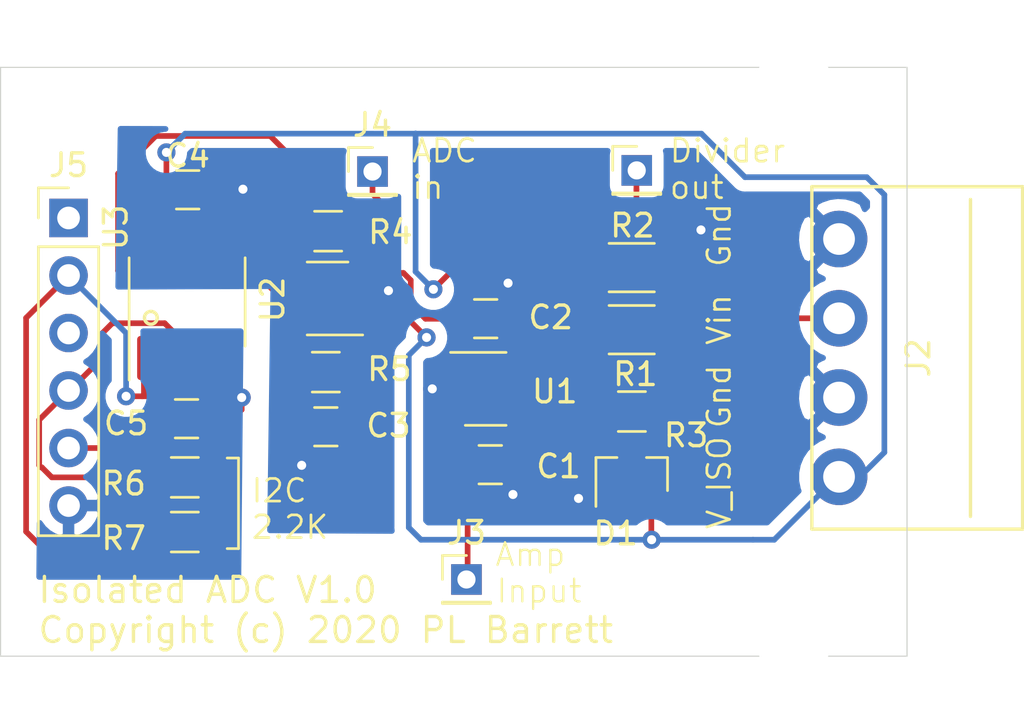
<source format=kicad_pcb>
(kicad_pcb (version 20171130) (host pcbnew "(5.1.6)-1")

  (general
    (thickness 1.6)
    (drawings 16)
    (tracks 193)
    (zones 0)
    (modules 23)
    (nets 15)
  )

  (page A4)
  (layers
    (0 F.Cu signal)
    (31 B.Cu signal)
    (32 B.Adhes user hide)
    (33 F.Adhes user hide)
    (34 B.Paste user hide)
    (35 F.Paste user hide)
    (36 B.SilkS user)
    (37 F.SilkS user)
    (38 B.Mask user hide)
    (39 F.Mask user hide)
    (40 Dwgs.User user hide)
    (41 Cmts.User user hide)
    (42 Eco1.User user hide)
    (43 Eco2.User user hide)
    (44 Edge.Cuts user)
    (45 Margin user)
    (46 B.CrtYd user hide)
    (47 F.CrtYd user hide)
    (48 B.Fab user hide)
    (49 F.Fab user hide)
  )

  (setup
    (last_trace_width 0.25)
    (trace_clearance 0.2)
    (zone_clearance 0.508)
    (zone_45_only no)
    (trace_min 0.2)
    (via_size 0.8)
    (via_drill 0.4)
    (via_min_size 0.4)
    (via_min_drill 0.3)
    (uvia_size 0.3)
    (uvia_drill 0.1)
    (uvias_allowed no)
    (uvia_min_size 0.2)
    (uvia_min_drill 0.1)
    (edge_width 0.05)
    (segment_width 0.2)
    (pcb_text_width 0.3)
    (pcb_text_size 1.5 1.5)
    (mod_edge_width 0.12)
    (mod_text_size 1 1)
    (mod_text_width 0.12)
    (pad_size 3.2 3.2)
    (pad_drill 3.2)
    (pad_to_mask_clearance 0.05)
    (aux_axis_origin 0 0)
    (visible_elements 7FFFFFFF)
    (pcbplotparams
      (layerselection 0x010f0_ffffffff)
      (usegerberextensions false)
      (usegerberattributes true)
      (usegerberadvancedattributes true)
      (creategerberjobfile false)
      (excludeedgelayer true)
      (linewidth 0.100000)
      (plotframeref false)
      (viasonmask false)
      (mode 1)
      (useauxorigin false)
      (hpglpennumber 1)
      (hpglpenspeed 20)
      (hpglpendiameter 15.000000)
      (psnegative false)
      (psa4output false)
      (plotreference true)
      (plotvalue false)
      (plotinvisibletext false)
      (padsonsilk true)
      (subtractmaskfromsilk false)
      (outputformat 1)
      (mirror false)
      (drillshape 0)
      (scaleselection 1)
      (outputdirectory "cam/"))
  )

  (net 0 "")
  (net 1 "Net-(C1-Pad1)")
  (net 2 GNDA)
  (net 3 "Net-(C2-Pad1)")
  (net 4 +3V3)
  (net 5 GND)
  (net 6 VCC_ISO)
  (net 7 PVIN)
  (net 8 "Net-(J1-Pad1)")
  (net 9 "Net-(J5-Pad1)")
  (net 10 "Net-(J5-Pad3)")
  (net 11 "Net-(J5-Pad4)")
  (net 12 "Net-(J5-Pad5)")
  (net 13 "Net-(R4-Pad2)")
  (net 14 "Net-(R5-Pad2)")

  (net_class Default "This is the default net class."
    (clearance 0.2)
    (trace_width 0.25)
    (via_dia 0.8)
    (via_drill 0.4)
    (uvia_dia 0.3)
    (uvia_drill 0.1)
    (add_net +3V3)
    (add_net GND)
    (add_net GNDA)
    (add_net "Net-(C1-Pad1)")
    (add_net "Net-(C2-Pad1)")
    (add_net "Net-(J1-Pad1)")
    (add_net "Net-(J5-Pad1)")
    (add_net "Net-(J5-Pad3)")
    (add_net "Net-(J5-Pad4)")
    (add_net "Net-(J5-Pad5)")
    (add_net "Net-(R4-Pad2)")
    (add_net "Net-(R5-Pad2)")
    (add_net PVIN)
    (add_net VCC_ISO)
  )

  (module SOIC:SOIC-8_3.9x4.9mm_P1.27mm (layer F.Cu) (tedit 5FA1F9D6) (tstamp 5FA186CE)
    (at 105.2322 97.3582 90)
    (descr "SOIC, 8 Pin (JEDEC MS-012AA, https://www.analog.com/media/en/package-pcb-resources/package/pkg_pdf/soic_narrow-r/r_8.pdf), generated with kicad-footprint-generator ipc_gullwing_generator.py")
    (tags "SOIC SO")
    (path /5FF3555E)
    (attr smd)
    (fp_text reference U3 (at 3.29184 -3.1496 90) (layer F.SilkS)
      (effects (font (size 1 1) (thickness 0.15)))
    )
    (fp_text value ISO154x (at 0 3.4 90) (layer F.Fab)
      (effects (font (size 1 1) (thickness 0.15)))
    )
    (fp_line (start 0 2.56) (end 1.95 2.56) (layer F.SilkS) (width 0.12))
    (fp_line (start 0 2.56) (end -1.95 2.56) (layer F.SilkS) (width 0.12))
    (fp_line (start 0 -2.56) (end 1.95 -2.56) (layer F.SilkS) (width 0.12))
    (fp_line (start 0 -2.56) (end -3.45 -2.56) (layer F.SilkS) (width 0.12))
    (fp_line (start -0.975 -2.45) (end 1.95 -2.45) (layer F.Fab) (width 0.1))
    (fp_line (start 1.95 -2.45) (end 1.95 2.45) (layer F.Fab) (width 0.1))
    (fp_line (start 1.95 2.45) (end -1.95 2.45) (layer F.Fab) (width 0.1))
    (fp_line (start -1.95 2.45) (end -1.95 -1.475) (layer F.Fab) (width 0.1))
    (fp_line (start -1.95 -1.475) (end -0.975 -2.45) (layer F.Fab) (width 0.1))
    (fp_line (start -3.7 -2.7) (end -3.7 2.7) (layer F.CrtYd) (width 0.05))
    (fp_line (start -3.7 2.7) (end 3.7 2.7) (layer F.CrtYd) (width 0.05))
    (fp_line (start 3.7 2.7) (end 3.7 -2.7) (layer F.CrtYd) (width 0.05))
    (fp_line (start 3.7 -2.7) (end -3.7 -2.7) (layer F.CrtYd) (width 0.05))
    (fp_text user %R (at 0 0 90) (layer F.Fab)
      (effects (font (size 0.98 0.98) (thickness 0.15)))
    )
    (fp_circle (center -0.7 -1.6) (end -0.5 -1.4) (layer F.SilkS) (width 0.15))
    (pad 8 smd roundrect (at 2.475 -1.905 90) (size 1.95 0.6) (layers F.Cu F.Paste F.Mask) (roundrect_rratio 0.25)
      (net 6 VCC_ISO))
    (pad 7 smd roundrect (at 2.475 -0.635 90) (size 1.95 0.6) (layers F.Cu F.Paste F.Mask) (roundrect_rratio 0.25)
      (net 13 "Net-(R4-Pad2)"))
    (pad 6 smd roundrect (at 2.475 0.635 90) (size 1.95 0.6) (layers F.Cu F.Paste F.Mask) (roundrect_rratio 0.25)
      (net 14 "Net-(R5-Pad2)"))
    (pad 5 smd roundrect (at 2.475 1.905 90) (size 1.95 0.6) (layers F.Cu F.Paste F.Mask) (roundrect_rratio 0.25)
      (net 2 GNDA))
    (pad 4 smd roundrect (at -2.475 1.905 90) (size 1.95 0.6) (layers F.Cu F.Paste F.Mask) (roundrect_rratio 0.25)
      (net 5 GND))
    (pad 3 smd roundrect (at -2.475 0.635 90) (size 1.95 0.6) (layers F.Cu F.Paste F.Mask) (roundrect_rratio 0.25)
      (net 12 "Net-(J5-Pad5)"))
    (pad 2 smd roundrect (at -2.475 -0.635 90) (size 1.95 0.6) (layers F.Cu F.Paste F.Mask) (roundrect_rratio 0.25)
      (net 11 "Net-(J5-Pad4)"))
    (pad 1 smd roundrect (at -2.475 -1.905 90) (size 1.95 0.6) (layers F.Cu F.Paste F.Mask) (roundrect_rratio 0.25)
      (net 4 +3V3))
    (model ${KISYS3DMOD}/Package_SO.3dshapes/SOIC-8_3.9x4.9mm_P1.27mm.wrl
      (at (xyz 0 0 0))
      (scale (xyz 1 1 1))
      (rotate (xyz 0 0 0))
    )
  )

  (module Pin_Headers:Pin_Header_Straight_1x01_Pitch2.00mm (layer F.Cu) (tedit 59650533) (tstamp 5FA1FAA1)
    (at 113.41354 91.60002)
    (descr "Through hole straight pin header, 1x01, 2.00mm pitch, single row")
    (tags "Through hole pin header THT 1x01 2.00mm single row")
    (path /6005BA87)
    (fp_text reference J4 (at 0 -2.06) (layer F.SilkS)
      (effects (font (size 1 1) (thickness 0.15)))
    )
    (fp_text value Conn_01x01 (at 0 2.06) (layer F.Fab)
      (effects (font (size 1 1) (thickness 0.15)))
    )
    (fp_line (start 1.5 -1.5) (end -1.5 -1.5) (layer F.CrtYd) (width 0.05))
    (fp_line (start 1.5 1.5) (end 1.5 -1.5) (layer F.CrtYd) (width 0.05))
    (fp_line (start -1.5 1.5) (end 1.5 1.5) (layer F.CrtYd) (width 0.05))
    (fp_line (start -1.5 -1.5) (end -1.5 1.5) (layer F.CrtYd) (width 0.05))
    (fp_line (start -1.06 -1.06) (end 0 -1.06) (layer F.SilkS) (width 0.12))
    (fp_line (start -1.06 0) (end -1.06 -1.06) (layer F.SilkS) (width 0.12))
    (fp_line (start -1.06 1) (end 1.06 1) (layer F.SilkS) (width 0.12))
    (fp_line (start 1.06 1) (end 1.06 1.06) (layer F.SilkS) (width 0.12))
    (fp_line (start -1.06 1) (end -1.06 1.06) (layer F.SilkS) (width 0.12))
    (fp_line (start -1.06 1.06) (end 1.06 1.06) (layer F.SilkS) (width 0.12))
    (fp_line (start -1 -0.5) (end -0.5 -1) (layer F.Fab) (width 0.1))
    (fp_line (start -1 1) (end -1 -0.5) (layer F.Fab) (width 0.1))
    (fp_line (start 1 1) (end -1 1) (layer F.Fab) (width 0.1))
    (fp_line (start 1 -1) (end 1 1) (layer F.Fab) (width 0.1))
    (fp_line (start -0.5 -1) (end 1 -1) (layer F.Fab) (width 0.1))
    (fp_text user %R (at 0 0 90) (layer F.Fab)
      (effects (font (size 1 1) (thickness 0.15)))
    )
    (pad 1 thru_hole rect (at 0 0) (size 1.35 1.35) (drill 0.8) (layers *.Cu *.Mask)
      (net 3 "Net-(C2-Pad1)"))
    (model ${KISYS3DMOD}/Pin_Headers.3dshapes/Pin_Header_Straight_1x01_Pitch2.00mm.wrl
      (at (xyz 0 0 0))
      (scale (xyz 1 1 1))
      (rotate (xyz 0 0 0))
    )
  )

  (module Pin_Headers:Pin_Header_Straight_1x01_Pitch2.00mm (layer F.Cu) (tedit 59650533) (tstamp 5FA1FA9E)
    (at 117.55882 109.6137)
    (descr "Through hole straight pin header, 1x01, 2.00mm pitch, single row")
    (tags "Through hole pin header THT 1x01 2.00mm single row")
    (path /6005AD9A)
    (fp_text reference J3 (at 0 -2.06) (layer F.SilkS)
      (effects (font (size 1 1) (thickness 0.15)))
    )
    (fp_text value Conn_01x01 (at 0 2.06) (layer F.Fab)
      (effects (font (size 1 1) (thickness 0.15)))
    )
    (fp_line (start 1.5 -1.5) (end -1.5 -1.5) (layer F.CrtYd) (width 0.05))
    (fp_line (start 1.5 1.5) (end 1.5 -1.5) (layer F.CrtYd) (width 0.05))
    (fp_line (start -1.5 1.5) (end 1.5 1.5) (layer F.CrtYd) (width 0.05))
    (fp_line (start -1.5 -1.5) (end -1.5 1.5) (layer F.CrtYd) (width 0.05))
    (fp_line (start -1.06 -1.06) (end 0 -1.06) (layer F.SilkS) (width 0.12))
    (fp_line (start -1.06 0) (end -1.06 -1.06) (layer F.SilkS) (width 0.12))
    (fp_line (start -1.06 1) (end 1.06 1) (layer F.SilkS) (width 0.12))
    (fp_line (start 1.06 1) (end 1.06 1.06) (layer F.SilkS) (width 0.12))
    (fp_line (start -1.06 1) (end -1.06 1.06) (layer F.SilkS) (width 0.12))
    (fp_line (start -1.06 1.06) (end 1.06 1.06) (layer F.SilkS) (width 0.12))
    (fp_line (start -1 -0.5) (end -0.5 -1) (layer F.Fab) (width 0.1))
    (fp_line (start -1 1) (end -1 -0.5) (layer F.Fab) (width 0.1))
    (fp_line (start 1 1) (end -1 1) (layer F.Fab) (width 0.1))
    (fp_line (start 1 -1) (end 1 1) (layer F.Fab) (width 0.1))
    (fp_line (start -0.5 -1) (end 1 -1) (layer F.Fab) (width 0.1))
    (fp_text user %R (at 0 0 90) (layer F.Fab)
      (effects (font (size 1 1) (thickness 0.15)))
    )
    (pad 1 thru_hole rect (at 0 0) (size 1.35 1.35) (drill 0.8) (layers *.Cu *.Mask)
      (net 1 "Net-(C1-Pad1)"))
    (model ${KISYS3DMOD}/Pin_Headers.3dshapes/Pin_Header_Straight_1x01_Pitch2.00mm.wrl
      (at (xyz 0 0 0))
      (scale (xyz 1 1 1))
      (rotate (xyz 0 0 0))
    )
  )

  (module Pin_Headers:Pin_Header_Straight_1x01_Pitch2.00mm (layer F.Cu) (tedit 59650533) (tstamp 5FA1FA9B)
    (at 125.07214 91.54922)
    (descr "Through hole straight pin header, 1x01, 2.00mm pitch, single row")
    (tags "Through hole pin header THT 1x01 2.00mm single row")
    (path /60058415)
    (fp_text reference J1 (at 0 -2.06) (layer F.SilkS) hide
      (effects (font (size 1 1) (thickness 0.15)))
    )
    (fp_text value Conn_01x01 (at 0 2.06) (layer F.Fab)
      (effects (font (size 1 1) (thickness 0.15)))
    )
    (fp_line (start 1.5 -1.5) (end -1.5 -1.5) (layer F.CrtYd) (width 0.05))
    (fp_line (start 1.5 1.5) (end 1.5 -1.5) (layer F.CrtYd) (width 0.05))
    (fp_line (start -1.5 1.5) (end 1.5 1.5) (layer F.CrtYd) (width 0.05))
    (fp_line (start -1.5 -1.5) (end -1.5 1.5) (layer F.CrtYd) (width 0.05))
    (fp_line (start -1.06 -1.06) (end 0 -1.06) (layer F.SilkS) (width 0.12))
    (fp_line (start -1.06 0) (end -1.06 -1.06) (layer F.SilkS) (width 0.12))
    (fp_line (start -1.06 1) (end 1.06 1) (layer F.SilkS) (width 0.12))
    (fp_line (start 1.06 1) (end 1.06 1.06) (layer F.SilkS) (width 0.12))
    (fp_line (start -1.06 1) (end -1.06 1.06) (layer F.SilkS) (width 0.12))
    (fp_line (start -1.06 1.06) (end 1.06 1.06) (layer F.SilkS) (width 0.12))
    (fp_line (start -1 -0.5) (end -0.5 -1) (layer F.Fab) (width 0.1))
    (fp_line (start -1 1) (end -1 -0.5) (layer F.Fab) (width 0.1))
    (fp_line (start 1 1) (end -1 1) (layer F.Fab) (width 0.1))
    (fp_line (start 1 -1) (end 1 1) (layer F.Fab) (width 0.1))
    (fp_line (start -0.5 -1) (end 1 -1) (layer F.Fab) (width 0.1))
    (fp_text user %R (at 0 0 90) (layer F.Fab)
      (effects (font (size 1 1) (thickness 0.15)))
    )
    (pad 1 thru_hole rect (at 0 0) (size 1.35 1.35) (drill 0.8) (layers *.Cu *.Mask)
      (net 8 "Net-(J1-Pad1)"))
    (model ${KISYS3DMOD}/Pin_Headers.3dshapes/Pin_Header_Straight_1x01_Pitch2.00mm.wrl
      (at (xyz 0 0 0))
      (scale (xyz 1 1 1))
      (rotate (xyz 0 0 0))
    )
  )

  (module TO_SOT_Packages_SMD:SOT-23 (layer F.Cu) (tedit 58CE4E7E) (tstamp 5FA186B1)
    (at 124.85116 104.98836 90)
    (descr "SOT-23, Standard")
    (tags SOT-23)
    (path /5FF4359A)
    (attr smd)
    (fp_text reference D1 (at -2.59334 -0.7112 180) (layer F.SilkS)
      (effects (font (size 1 1) (thickness 0.15)))
    )
    (fp_text value BAT54S (at 0 2.5 90) (layer F.Fab)
      (effects (font (size 1 1) (thickness 0.15)))
    )
    (fp_line (start -0.7 -0.95) (end -0.7 1.5) (layer F.Fab) (width 0.1))
    (fp_line (start -0.15 -1.52) (end 0.7 -1.52) (layer F.Fab) (width 0.1))
    (fp_line (start -0.7 -0.95) (end -0.15 -1.52) (layer F.Fab) (width 0.1))
    (fp_line (start 0.7 -1.52) (end 0.7 1.52) (layer F.Fab) (width 0.1))
    (fp_line (start -0.7 1.52) (end 0.7 1.52) (layer F.Fab) (width 0.1))
    (fp_line (start 0.76 1.58) (end 0.76 0.65) (layer F.SilkS) (width 0.12))
    (fp_line (start 0.76 -1.58) (end 0.76 -0.65) (layer F.SilkS) (width 0.12))
    (fp_line (start -1.7 -1.75) (end 1.7 -1.75) (layer F.CrtYd) (width 0.05))
    (fp_line (start 1.7 -1.75) (end 1.7 1.75) (layer F.CrtYd) (width 0.05))
    (fp_line (start 1.7 1.75) (end -1.7 1.75) (layer F.CrtYd) (width 0.05))
    (fp_line (start -1.7 1.75) (end -1.7 -1.75) (layer F.CrtYd) (width 0.05))
    (fp_line (start 0.76 -1.58) (end -1.4 -1.58) (layer F.SilkS) (width 0.12))
    (fp_line (start 0.76 1.58) (end -0.7 1.58) (layer F.SilkS) (width 0.12))
    (fp_text user %R (at 0 0) (layer F.Fab)
      (effects (font (size 0.5 0.5) (thickness 0.075)))
    )
    (pad 1 smd rect (at -1 -0.95 90) (size 0.9 0.8) (layers F.Cu F.Paste F.Mask)
      (net 2 GNDA))
    (pad 2 smd rect (at -1 0.95 90) (size 0.9 0.8) (layers F.Cu F.Paste F.Mask)
      (net 6 VCC_ISO))
    (pad 3 smd rect (at 1 0 90) (size 0.9 0.8) (layers F.Cu F.Paste F.Mask)
      (net 1 "Net-(C1-Pad1)"))
    (model ${KISYS3DMOD}/TO_SOT_Packages_SMD.3dshapes/SOT-23.wrl
      (at (xyz 0 0 0))
      (scale (xyz 1 1 1))
      (rotate (xyz 0 0 0))
    )
  )

  (module "Mounting Holes:MountingHole_3.2mm_M3" (layer F.Cu) (tedit 5FA1D72F) (tstamp 5FA18E30)
    (at 132 112.5)
    (descr "Mounting Hole 3.2mm, no annular, M3")
    (tags "mounting hole 3.2mm no annular m3")
    (attr virtual)
    (fp_text reference REF** (at 0 -4.2) (layer F.SilkS) hide
      (effects (font (size 1 1) (thickness 0.15)))
    )
    (fp_text value MountingHole_3.2mm_M3 (at 0 4.2) (layer F.Fab)
      (effects (font (size 1 1) (thickness 0.15)))
    )
    (fp_circle (center 0 0) (end 3.45 0) (layer F.CrtYd) (width 0.05))
    (fp_circle (center 0 0) (end 3.2 0) (layer Cmts.User) (width 0.15))
    (fp_text user %R (at 0.3 0) (layer F.Fab) hide
      (effects (font (size 1 1) (thickness 0.15)))
    )
    (pad "" np_thru_hole circle (at 0 0) (size 3.2 3.2) (drill 3.2) (layers *.Cu *.Mask))
  )

  (module "Mounting Holes:MountingHole_3.2mm_M3" (layer F.Cu) (tedit 56D1B4CB) (tstamp 5FA18E13)
    (at 132 87.5)
    (descr "Mounting Hole 3.2mm, no annular, M3")
    (tags "mounting hole 3.2mm no annular m3")
    (attr virtual)
    (fp_text reference REF** (at 0 -4.2) (layer F.SilkS) hide
      (effects (font (size 1 1) (thickness 0.15)))
    )
    (fp_text value MountingHole_3.2mm_M3 (at 0 4.2) (layer F.Fab)
      (effects (font (size 1 1) (thickness 0.15)))
    )
    (fp_circle (center 0 0) (end 3.45 0) (layer F.CrtYd) (width 0.05))
    (fp_circle (center 0 0) (end 3.2 0) (layer Cmts.User) (width 0.15))
    (fp_text user %R (at 0.3 0) (layer F.Fab)
      (effects (font (size 1 1) (thickness 0.15)))
    )
    (pad 1 np_thru_hole circle (at 0 0) (size 3.2 3.2) (drill 3.2) (layers *.Cu *.Mask))
  )

  (module TO_SOT_Packages_SMD:SOT-23-5 (layer F.Cu) (tedit 58CE4E7E) (tstamp 5FA18700)
    (at 118.40718 101.19614)
    (descr "5-pin SOT23 package")
    (tags SOT-23-5)
    (path /5FF39C53)
    (attr smd)
    (fp_text reference U1 (at 3.048 0.11684 180) (layer F.SilkS)
      (effects (font (size 1 1) (thickness 0.15)))
    )
    (fp_text value MCP601-xOT (at 0 2.9) (layer F.Fab)
      (effects (font (size 1 1) (thickness 0.15)))
    )
    (fp_line (start 0.9 -1.55) (end 0.9 1.55) (layer F.Fab) (width 0.1))
    (fp_line (start 0.9 1.55) (end -0.9 1.55) (layer F.Fab) (width 0.1))
    (fp_line (start -0.9 -0.9) (end -0.9 1.55) (layer F.Fab) (width 0.1))
    (fp_line (start 0.9 -1.55) (end -0.25 -1.55) (layer F.Fab) (width 0.1))
    (fp_line (start -0.9 -0.9) (end -0.25 -1.55) (layer F.Fab) (width 0.1))
    (fp_line (start -1.9 1.8) (end -1.9 -1.8) (layer F.CrtYd) (width 0.05))
    (fp_line (start 1.9 1.8) (end -1.9 1.8) (layer F.CrtYd) (width 0.05))
    (fp_line (start 1.9 -1.8) (end 1.9 1.8) (layer F.CrtYd) (width 0.05))
    (fp_line (start -1.9 -1.8) (end 1.9 -1.8) (layer F.CrtYd) (width 0.05))
    (fp_line (start 0.9 -1.61) (end -1.55 -1.61) (layer F.SilkS) (width 0.12))
    (fp_line (start -0.9 1.61) (end 0.9 1.61) (layer F.SilkS) (width 0.12))
    (fp_text user %R (at 0 0 90) (layer F.Fab)
      (effects (font (size 0.5 0.5) (thickness 0.075)))
    )
    (pad 1 smd rect (at -1.1 -0.95) (size 1.06 0.65) (layers F.Cu F.Paste F.Mask)
      (net 3 "Net-(C2-Pad1)"))
    (pad 2 smd rect (at -1.1 0) (size 1.06 0.65) (layers F.Cu F.Paste F.Mask)
      (net 2 GNDA))
    (pad 3 smd rect (at -1.1 0.95) (size 1.06 0.65) (layers F.Cu F.Paste F.Mask)
      (net 1 "Net-(C1-Pad1)"))
    (pad 4 smd rect (at 1.1 0.95) (size 1.06 0.65) (layers F.Cu F.Paste F.Mask)
      (net 3 "Net-(C2-Pad1)"))
    (pad 5 smd rect (at 1.1 -0.95) (size 1.06 0.65) (layers F.Cu F.Paste F.Mask)
      (net 6 VCC_ISO))
    (model ${KISYS3DMOD}/TO_SOT_Packages_SMD.3dshapes/SOT-23-5.wrl
      (at (xyz 0 0 0))
      (scale (xyz 1 1 1))
      (rotate (xyz 0 0 0))
    )
  )

  (module Resistors_SMD:R_0805 (layer F.Cu) (tedit 58E0A804) (tstamp 5FA186F4)
    (at 105.1306 107.5182 180)
    (descr "Resistor SMD 0805, reflow soldering, Vishay (see dcrcw.pdf)")
    (tags "resistor 0805")
    (path /5FF4AC49)
    (attr smd)
    (fp_text reference R7 (at 2.69748 -0.27432) (layer F.SilkS)
      (effects (font (size 1 1) (thickness 0.15)))
    )
    (fp_text value DNP (at 0 1.75) (layer F.Fab)
      (effects (font (size 1 1) (thickness 0.15)))
    )
    (fp_line (start 1.55 0.9) (end -1.55 0.9) (layer F.CrtYd) (width 0.05))
    (fp_line (start 1.55 0.9) (end 1.55 -0.9) (layer F.CrtYd) (width 0.05))
    (fp_line (start -1.55 -0.9) (end -1.55 0.9) (layer F.CrtYd) (width 0.05))
    (fp_line (start -1.55 -0.9) (end 1.55 -0.9) (layer F.CrtYd) (width 0.05))
    (fp_line (start -0.6 -0.88) (end 0.6 -0.88) (layer F.SilkS) (width 0.12))
    (fp_line (start 0.6 0.88) (end -0.6 0.88) (layer F.SilkS) (width 0.12))
    (fp_line (start -1 -0.62) (end 1 -0.62) (layer F.Fab) (width 0.1))
    (fp_line (start 1 -0.62) (end 1 0.62) (layer F.Fab) (width 0.1))
    (fp_line (start 1 0.62) (end -1 0.62) (layer F.Fab) (width 0.1))
    (fp_line (start -1 0.62) (end -1 -0.62) (layer F.Fab) (width 0.1))
    (fp_text user %R (at 0 0) (layer F.Fab) hide
      (effects (font (size 0.5 0.5) (thickness 0.075)))
    )
    (pad 1 smd rect (at -0.95 0 180) (size 0.7 1.3) (layers F.Cu F.Paste F.Mask)
      (net 4 +3V3))
    (pad 2 smd rect (at 0.95 0 180) (size 0.7 1.3) (layers F.Cu F.Paste F.Mask)
      (net 12 "Net-(J5-Pad5)"))
    (model ${KISYS3DMOD}/Resistors_SMD.3dshapes/R_0805.wrl
      (at (xyz 0 0 0))
      (scale (xyz 1 1 1))
      (rotate (xyz 0 0 0))
    )
  )

  (module Resistors_SMD:R_0805 (layer F.Cu) (tedit 58E0A804) (tstamp 5FA186F1)
    (at 105.1306 105.1052 180)
    (descr "Resistor SMD 0805, reflow soldering, Vishay (see dcrcw.pdf)")
    (tags "resistor 0805")
    (path /5FF4A2C6)
    (attr smd)
    (fp_text reference R6 (at 2.69748 -0.27432) (layer F.SilkS)
      (effects (font (size 1 1) (thickness 0.15)))
    )
    (fp_text value DNP (at 0 1.75) (layer F.Fab)
      (effects (font (size 1 1) (thickness 0.15)))
    )
    (fp_line (start 1.55 0.9) (end -1.55 0.9) (layer F.CrtYd) (width 0.05))
    (fp_line (start 1.55 0.9) (end 1.55 -0.9) (layer F.CrtYd) (width 0.05))
    (fp_line (start -1.55 -0.9) (end -1.55 0.9) (layer F.CrtYd) (width 0.05))
    (fp_line (start -1.55 -0.9) (end 1.55 -0.9) (layer F.CrtYd) (width 0.05))
    (fp_line (start -0.6 -0.88) (end 0.6 -0.88) (layer F.SilkS) (width 0.12))
    (fp_line (start 0.6 0.88) (end -0.6 0.88) (layer F.SilkS) (width 0.12))
    (fp_line (start -1 -0.62) (end 1 -0.62) (layer F.Fab) (width 0.1))
    (fp_line (start 1 -0.62) (end 1 0.62) (layer F.Fab) (width 0.1))
    (fp_line (start 1 0.62) (end -1 0.62) (layer F.Fab) (width 0.1))
    (fp_line (start -1 0.62) (end -1 -0.62) (layer F.Fab) (width 0.1))
    (fp_text user %R (at 0 0) (layer F.Fab) hide
      (effects (font (size 0.5 0.5) (thickness 0.075)))
    )
    (pad 1 smd rect (at -0.95 0 180) (size 0.7 1.3) (layers F.Cu F.Paste F.Mask)
      (net 4 +3V3))
    (pad 2 smd rect (at 0.95 0 180) (size 0.7 1.3) (layers F.Cu F.Paste F.Mask)
      (net 11 "Net-(J5-Pad4)"))
    (model ${KISYS3DMOD}/Resistors_SMD.3dshapes/R_0805.wrl
      (at (xyz 0 0 0))
      (scale (xyz 1 1 1))
      (rotate (xyz 0 0 0))
    )
  )

  (module Resistors_SMD:R_0805 (layer F.Cu) (tedit 58E0A804) (tstamp 5FA186EE)
    (at 111.3536 100.457 180)
    (descr "Resistor SMD 0805, reflow soldering, Vishay (see dcrcw.pdf)")
    (tags "resistor 0805")
    (path /5FF4C606)
    (attr smd)
    (fp_text reference R5 (at -2.8067 0.12954) (layer F.SilkS)
      (effects (font (size 1 1) (thickness 0.15)))
    )
    (fp_text value 2.2K (at 0 1.75) (layer F.Fab)
      (effects (font (size 1 1) (thickness 0.15)))
    )
    (fp_line (start 1.55 0.9) (end -1.55 0.9) (layer F.CrtYd) (width 0.05))
    (fp_line (start 1.55 0.9) (end 1.55 -0.9) (layer F.CrtYd) (width 0.05))
    (fp_line (start -1.55 -0.9) (end -1.55 0.9) (layer F.CrtYd) (width 0.05))
    (fp_line (start -1.55 -0.9) (end 1.55 -0.9) (layer F.CrtYd) (width 0.05))
    (fp_line (start -0.6 -0.88) (end 0.6 -0.88) (layer F.SilkS) (width 0.12))
    (fp_line (start 0.6 0.88) (end -0.6 0.88) (layer F.SilkS) (width 0.12))
    (fp_line (start -1 -0.62) (end 1 -0.62) (layer F.Fab) (width 0.1))
    (fp_line (start 1 -0.62) (end 1 0.62) (layer F.Fab) (width 0.1))
    (fp_line (start 1 0.62) (end -1 0.62) (layer F.Fab) (width 0.1))
    (fp_line (start -1 0.62) (end -1 -0.62) (layer F.Fab) (width 0.1))
    (fp_text user %R (at 0 0) (layer F.Fab)
      (effects (font (size 0.5 0.5) (thickness 0.075)))
    )
    (pad 1 smd rect (at -0.95 0 180) (size 0.7 1.3) (layers F.Cu F.Paste F.Mask)
      (net 6 VCC_ISO))
    (pad 2 smd rect (at 0.95 0 180) (size 0.7 1.3) (layers F.Cu F.Paste F.Mask)
      (net 14 "Net-(R5-Pad2)"))
    (model ${KISYS3DMOD}/Resistors_SMD.3dshapes/R_0805.wrl
      (at (xyz 0 0 0))
      (scale (xyz 1 1 1))
      (rotate (xyz 0 0 0))
    )
  )

  (module Resistors_SMD:R_0805 (layer F.Cu) (tedit 58E0A804) (tstamp 5FA186EB)
    (at 111.4552 94.234 180)
    (descr "Resistor SMD 0805, reflow soldering, Vishay (see dcrcw.pdf)")
    (tags "resistor 0805")
    (path /5FF4C058)
    (attr smd)
    (fp_text reference R4 (at -2.74574 -0.04318) (layer F.SilkS)
      (effects (font (size 1 1) (thickness 0.15)))
    )
    (fp_text value 2.2K (at 0 1.75) (layer F.Fab)
      (effects (font (size 1 1) (thickness 0.15)))
    )
    (fp_line (start 1.55 0.9) (end -1.55 0.9) (layer F.CrtYd) (width 0.05))
    (fp_line (start 1.55 0.9) (end 1.55 -0.9) (layer F.CrtYd) (width 0.05))
    (fp_line (start -1.55 -0.9) (end -1.55 0.9) (layer F.CrtYd) (width 0.05))
    (fp_line (start -1.55 -0.9) (end 1.55 -0.9) (layer F.CrtYd) (width 0.05))
    (fp_line (start -0.6 -0.88) (end 0.6 -0.88) (layer F.SilkS) (width 0.12))
    (fp_line (start 0.6 0.88) (end -0.6 0.88) (layer F.SilkS) (width 0.12))
    (fp_line (start -1 -0.62) (end 1 -0.62) (layer F.Fab) (width 0.1))
    (fp_line (start 1 -0.62) (end 1 0.62) (layer F.Fab) (width 0.1))
    (fp_line (start 1 0.62) (end -1 0.62) (layer F.Fab) (width 0.1))
    (fp_line (start -1 0.62) (end -1 -0.62) (layer F.Fab) (width 0.1))
    (fp_text user %R (at 0 0) (layer F.Fab)
      (effects (font (size 0.5 0.5) (thickness 0.075)))
    )
    (pad 1 smd rect (at -0.95 0 180) (size 0.7 1.3) (layers F.Cu F.Paste F.Mask)
      (net 6 VCC_ISO))
    (pad 2 smd rect (at 0.95 0 180) (size 0.7 1.3) (layers F.Cu F.Paste F.Mask)
      (net 13 "Net-(R4-Pad2)"))
    (model ${KISYS3DMOD}/Resistors_SMD.3dshapes/R_0805.wrl
      (at (xyz 0 0 0))
      (scale (xyz 1 1 1))
      (rotate (xyz 0 0 0))
    )
  )

  (module Resistors_SMD:R_0805 (layer F.Cu) (tedit 58E0A804) (tstamp 5FA1FFAE)
    (at 124.85878 102.1969 180)
    (descr "Resistor SMD 0805, reflow soldering, Vishay (see dcrcw.pdf)")
    (tags "resistor 0805")
    (path /5FF427A6)
    (attr smd)
    (fp_text reference R3 (at -2.39122 -1.0531) (layer F.SilkS)
      (effects (font (size 1 1) (thickness 0.15)))
    )
    (fp_text value 10K (at 0 1.75) (layer F.Fab)
      (effects (font (size 1 1) (thickness 0.15)))
    )
    (fp_line (start 1.55 0.9) (end -1.55 0.9) (layer F.CrtYd) (width 0.05))
    (fp_line (start 1.55 0.9) (end 1.55 -0.9) (layer F.CrtYd) (width 0.05))
    (fp_line (start -1.55 -0.9) (end -1.55 0.9) (layer F.CrtYd) (width 0.05))
    (fp_line (start -1.55 -0.9) (end 1.55 -0.9) (layer F.CrtYd) (width 0.05))
    (fp_line (start -0.6 -0.88) (end 0.6 -0.88) (layer F.SilkS) (width 0.12))
    (fp_line (start 0.6 0.88) (end -0.6 0.88) (layer F.SilkS) (width 0.12))
    (fp_line (start -1 -0.62) (end 1 -0.62) (layer F.Fab) (width 0.1))
    (fp_line (start 1 -0.62) (end 1 0.62) (layer F.Fab) (width 0.1))
    (fp_line (start 1 0.62) (end -1 0.62) (layer F.Fab) (width 0.1))
    (fp_line (start -1 0.62) (end -1 -0.62) (layer F.Fab) (width 0.1))
    (fp_text user %R (at 0 -1.778) (layer F.Fab)
      (effects (font (size 0.5 0.5) (thickness 0.075)))
    )
    (pad 1 smd rect (at -0.95 0 180) (size 0.7 1.3) (layers F.Cu F.Paste F.Mask)
      (net 1 "Net-(C1-Pad1)"))
    (pad 2 smd rect (at 0.95 0 180) (size 0.7 1.3) (layers F.Cu F.Paste F.Mask)
      (net 8 "Net-(J1-Pad1)"))
    (model ${KISYS3DMOD}/Resistors_SMD.3dshapes/R_0805.wrl
      (at (xyz 0 0 0))
      (scale (xyz 1 1 1))
      (rotate (xyz 0 0 0))
    )
  )

  (module Resistors_SMD:R_1206 (layer F.Cu) (tedit 58E0A804) (tstamp 5FA186E5)
    (at 124.85116 95.84182)
    (descr "Resistor SMD 1206, reflow soldering, Vishay (see dcrcw.pdf)")
    (tags "resistor 1206")
    (path /5FF4210E)
    (attr smd)
    (fp_text reference R2 (at 0.03302 -1.8542) (layer F.SilkS)
      (effects (font (size 1 1) (thickness 0.15)))
    )
    (fp_text value 12000 (at 0 1.95) (layer F.Fab)
      (effects (font (size 1 1) (thickness 0.15)))
    )
    (fp_line (start 2.15 1.1) (end -2.15 1.1) (layer F.CrtYd) (width 0.05))
    (fp_line (start 2.15 1.1) (end 2.15 -1.11) (layer F.CrtYd) (width 0.05))
    (fp_line (start -2.15 -1.11) (end -2.15 1.1) (layer F.CrtYd) (width 0.05))
    (fp_line (start -2.15 -1.11) (end 2.15 -1.11) (layer F.CrtYd) (width 0.05))
    (fp_line (start -1 -1.07) (end 1 -1.07) (layer F.SilkS) (width 0.12))
    (fp_line (start 1 1.07) (end -1 1.07) (layer F.SilkS) (width 0.12))
    (fp_line (start -1.6 -0.8) (end 1.6 -0.8) (layer F.Fab) (width 0.1))
    (fp_line (start 1.6 -0.8) (end 1.6 0.8) (layer F.Fab) (width 0.1))
    (fp_line (start 1.6 0.8) (end -1.6 0.8) (layer F.Fab) (width 0.1))
    (fp_line (start -1.6 0.8) (end -1.6 -0.8) (layer F.Fab) (width 0.1))
    (fp_text user %R (at 0 0) (layer F.Fab)
      (effects (font (size 0.7 0.7) (thickness 0.105)))
    )
    (pad 1 smd rect (at -1.45 0) (size 0.9 1.7) (layers F.Cu F.Paste F.Mask)
      (net 8 "Net-(J1-Pad1)"))
    (pad 2 smd rect (at 1.45 0) (size 0.9 1.7) (layers F.Cu F.Paste F.Mask)
      (net 2 GNDA))
    (model ${KISYS3DMOD}/Resistors_SMD.3dshapes/R_1206.wrl
      (at (xyz 0 0 0))
      (scale (xyz 1 1 1))
      (rotate (xyz 0 0 0))
    )
  )

  (module Resistors_SMD:R_1206 (layer F.Cu) (tedit 58E0A804) (tstamp 5FA186E2)
    (at 124.85116 98.58502 180)
    (descr "Resistor SMD 1206, reflow soldering, Vishay (see dcrcw.pdf)")
    (tags "resistor 1206")
    (path /5FF411CC)
    (attr smd)
    (fp_text reference R1 (at -0.16002 -1.96342) (layer F.SilkS)
      (effects (font (size 1 1) (thickness 0.15)))
    )
    (fp_text value 470000 (at 0 1.95) (layer F.Fab)
      (effects (font (size 1 1) (thickness 0.15)))
    )
    (fp_line (start 2.15 1.1) (end -2.15 1.1) (layer F.CrtYd) (width 0.05))
    (fp_line (start 2.15 1.1) (end 2.15 -1.11) (layer F.CrtYd) (width 0.05))
    (fp_line (start -2.15 -1.11) (end -2.15 1.1) (layer F.CrtYd) (width 0.05))
    (fp_line (start -2.15 -1.11) (end 2.15 -1.11) (layer F.CrtYd) (width 0.05))
    (fp_line (start -1 -1.07) (end 1 -1.07) (layer F.SilkS) (width 0.12))
    (fp_line (start 1 1.07) (end -1 1.07) (layer F.SilkS) (width 0.12))
    (fp_line (start -1.6 -0.8) (end 1.6 -0.8) (layer F.Fab) (width 0.1))
    (fp_line (start 1.6 -0.8) (end 1.6 0.8) (layer F.Fab) (width 0.1))
    (fp_line (start 1.6 0.8) (end -1.6 0.8) (layer F.Fab) (width 0.1))
    (fp_line (start -1.6 0.8) (end -1.6 -0.8) (layer F.Fab) (width 0.1))
    (fp_text user %R (at 0 0) (layer F.Fab)
      (effects (font (size 0.7 0.7) (thickness 0.105)))
    )
    (pad 1 smd rect (at -1.45 0 180) (size 0.9 1.7) (layers F.Cu F.Paste F.Mask)
      (net 7 PVIN))
    (pad 2 smd rect (at 1.45 0 180) (size 0.9 1.7) (layers F.Cu F.Paste F.Mask)
      (net 8 "Net-(J1-Pad1)"))
    (model ${KISYS3DMOD}/Resistors_SMD.3dshapes/R_1206.wrl
      (at (xyz 0 0 0))
      (scale (xyz 1 1 1))
      (rotate (xyz 0 0 0))
    )
  )

  (module Pin_Headers:Pin_Header_Straight_1x06_Pitch2.54mm (layer F.Cu) (tedit 59650532) (tstamp 5FA186DF)
    (at 100 93.65)
    (descr "Through hole straight pin header, 1x06, 2.54mm pitch, single row")
    (tags "Through hole pin header THT 1x06 2.54mm single row")
    (path /5FFB55A9)
    (fp_text reference J5 (at 0 -2.33) (layer F.SilkS)
      (effects (font (size 1 1) (thickness 0.15)))
    )
    (fp_text value Conn_01x06 (at 0 15.03) (layer F.Fab)
      (effects (font (size 1 1) (thickness 0.15)))
    )
    (fp_line (start 1.8 -1.8) (end -1.8 -1.8) (layer F.CrtYd) (width 0.05))
    (fp_line (start 1.8 14.5) (end 1.8 -1.8) (layer F.CrtYd) (width 0.05))
    (fp_line (start -1.8 14.5) (end 1.8 14.5) (layer F.CrtYd) (width 0.05))
    (fp_line (start -1.8 -1.8) (end -1.8 14.5) (layer F.CrtYd) (width 0.05))
    (fp_line (start -1.33 -1.33) (end 0 -1.33) (layer F.SilkS) (width 0.12))
    (fp_line (start -1.33 0) (end -1.33 -1.33) (layer F.SilkS) (width 0.12))
    (fp_line (start -1.33 1.27) (end 1.33 1.27) (layer F.SilkS) (width 0.12))
    (fp_line (start 1.33 1.27) (end 1.33 14.03) (layer F.SilkS) (width 0.12))
    (fp_line (start -1.33 1.27) (end -1.33 14.03) (layer F.SilkS) (width 0.12))
    (fp_line (start -1.33 14.03) (end 1.33 14.03) (layer F.SilkS) (width 0.12))
    (fp_line (start -1.27 -0.635) (end -0.635 -1.27) (layer F.Fab) (width 0.1))
    (fp_line (start -1.27 13.97) (end -1.27 -0.635) (layer F.Fab) (width 0.1))
    (fp_line (start 1.27 13.97) (end -1.27 13.97) (layer F.Fab) (width 0.1))
    (fp_line (start 1.27 -1.27) (end 1.27 13.97) (layer F.Fab) (width 0.1))
    (fp_line (start -0.635 -1.27) (end 1.27 -1.27) (layer F.Fab) (width 0.1))
    (fp_text user %R (at 3.124 -0.432 90) (layer F.Fab)
      (effects (font (size 1 1) (thickness 0.15)))
    )
    (pad 1 thru_hole rect (at 0 0) (size 1.7 1.7) (drill 1) (layers *.Cu *.Mask)
      (net 9 "Net-(J5-Pad1)"))
    (pad 2 thru_hole oval (at 0 2.54) (size 1.7 1.7) (drill 1) (layers *.Cu *.Mask)
      (net 4 +3V3))
    (pad 3 thru_hole oval (at 0 5.08) (size 1.7 1.7) (drill 1) (layers *.Cu *.Mask)
      (net 10 "Net-(J5-Pad3)"))
    (pad 4 thru_hole oval (at 0 7.62) (size 1.7 1.7) (drill 1) (layers *.Cu *.Mask)
      (net 11 "Net-(J5-Pad4)"))
    (pad 5 thru_hole oval (at 0 10.16) (size 1.7 1.7) (drill 1) (layers *.Cu *.Mask)
      (net 12 "Net-(J5-Pad5)"))
    (pad 6 thru_hole oval (at 0 12.7) (size 1.7 1.7) (drill 1) (layers *.Cu *.Mask)
      (net 5 GND))
    (model ${KISYS3DMOD}/Pin_Headers.3dshapes/Pin_Header_Straight_1x06_Pitch2.54mm.wrl
      (at (xyz 0 0 0))
      (scale (xyz 1 1 1))
      (rotate (xyz 0 0 0))
    )
  )

  (module phils-connectors:plug_term_p4 (layer F.Cu) (tedit 5F9063F4) (tstamp 5FA186DC)
    (at 134 105.0798 90)
    (path /5FFA18D8)
    (fp_text reference J2 (at 5.25 3.5 90) (layer F.SilkS)
      (effects (font (size 1 1) (thickness 0.15)))
    )
    (fp_text value Screw_Terminal_01x04 (at 5.25 -3.5 90) (layer F.Fab) hide
      (effects (font (size 1 1) (thickness 0.15)))
    )
    (fp_line (start 12.81 -1.2) (end -2.31 -1.2) (layer F.SilkS) (width 0.15))
    (fp_line (start 12.81 8.1) (end 12.81 -1.2) (layer F.SilkS) (width 0.15))
    (fp_line (start -2.31 8.1) (end 12.81 8.1) (layer F.SilkS) (width 0.15))
    (fp_line (start -2.31 -1.2) (end -2.31 8.1) (layer F.SilkS) (width 0.15))
    (fp_line (start -1.75 5.8) (end 12.25 5.8) (layer F.SilkS) (width 0.15))
    (fp_text user "pin1 dist 15.12mm" (at 5.25 5.25 90) (layer F.Fab) hide
      (effects (font (size 1 1) (thickness 0.15)))
    )
    (pad 4 thru_hole circle (at 10.5 0 90) (size 2.5 2.5) (drill 1.4) (layers *.Cu *.Mask)
      (net 2 GNDA))
    (pad 3 thru_hole circle (at 7 0 90) (size 2.5 2.5) (drill 1.4) (layers *.Cu *.Mask)
      (net 7 PVIN))
    (pad 2 thru_hole circle (at 3.5 0 90) (size 2.5 2.5) (drill 1.4) (layers *.Cu *.Mask)
      (net 2 GNDA))
    (pad 1 thru_hole circle (at 0 0 90) (size 2.5 2.5) (drill 1.4) (layers *.Cu *.Mask)
      (net 6 VCC_ISO))
  )

  (module TO_SOT_Packages_SMD:SOT-23-5 (layer F.Cu) (tedit 58CE4E7E) (tstamp 5FA186B4)
    (at 111.4298 97.2058 180)
    (descr "5-pin SOT23 package")
    (tags SOT-23-5)
    (path /5FF3C7D6)
    (attr smd)
    (fp_text reference U2 (at 2.4298 -0.0442 90) (layer F.SilkS)
      (effects (font (size 1 1) (thickness 0.15)))
    )
    (fp_text value MCP3221 (at 0 2.9) (layer F.Fab)
      (effects (font (size 1 1) (thickness 0.15)))
    )
    (fp_line (start 0.9 -1.55) (end 0.9 1.55) (layer F.Fab) (width 0.1))
    (fp_line (start 0.9 1.55) (end -0.9 1.55) (layer F.Fab) (width 0.1))
    (fp_line (start -0.9 -0.9) (end -0.9 1.55) (layer F.Fab) (width 0.1))
    (fp_line (start 0.9 -1.55) (end -0.25 -1.55) (layer F.Fab) (width 0.1))
    (fp_line (start -0.9 -0.9) (end -0.25 -1.55) (layer F.Fab) (width 0.1))
    (fp_line (start -1.9 1.8) (end -1.9 -1.8) (layer F.CrtYd) (width 0.05))
    (fp_line (start 1.9 1.8) (end -1.9 1.8) (layer F.CrtYd) (width 0.05))
    (fp_line (start 1.9 -1.8) (end 1.9 1.8) (layer F.CrtYd) (width 0.05))
    (fp_line (start -1.9 -1.8) (end 1.9 -1.8) (layer F.CrtYd) (width 0.05))
    (fp_line (start 0.9 -1.61) (end -1.55 -1.61) (layer F.SilkS) (width 0.12))
    (fp_line (start -0.9 1.61) (end 0.9 1.61) (layer F.SilkS) (width 0.12))
    (fp_text user %R (at 0 0 90) (layer F.Fab)
      (effects (font (size 0.5 0.5) (thickness 0.075)))
    )
    (pad 1 smd rect (at -1.1 -0.95 180) (size 1.06 0.65) (layers F.Cu F.Paste F.Mask)
      (net 6 VCC_ISO))
    (pad 2 smd rect (at -1.1 0 180) (size 1.06 0.65) (layers F.Cu F.Paste F.Mask)
      (net 2 GNDA))
    (pad 3 smd rect (at -1.1 0.95 180) (size 1.06 0.65) (layers F.Cu F.Paste F.Mask)
      (net 3 "Net-(C2-Pad1)"))
    (pad 4 smd rect (at 1.1 0.95 180) (size 1.06 0.65) (layers F.Cu F.Paste F.Mask)
      (net 13 "Net-(R4-Pad2)"))
    (pad 5 smd rect (at 1.1 -0.95 180) (size 1.06 0.65) (layers F.Cu F.Paste F.Mask)
      (net 14 "Net-(R5-Pad2)"))
    (model ${KISYS3DMOD}/TO_SOT_Packages_SMD.3dshapes/SOT-23-5.wrl
      (at (xyz 0 0 0))
      (scale (xyz 1 1 1))
      (rotate (xyz 0 0 0))
    )
  )

  (module Capacitors_SMD:C_0805 (layer F.Cu) (tedit 58AA8463) (tstamp 5FA186AE)
    (at 105.2068 102.5144)
    (descr "Capacitor SMD 0805, reflow soldering, AVX (see smccp.pdf)")
    (tags "capacitor 0805")
    (path /5FF3F9A4)
    (attr smd)
    (fp_text reference C5 (at -2.667 0.20828) (layer F.SilkS)
      (effects (font (size 1 1) (thickness 0.15)))
    )
    (fp_text value 100n (at 0 1.75) (layer F.Fab)
      (effects (font (size 1 1) (thickness 0.15)))
    )
    (fp_line (start 1.75 0.87) (end -1.75 0.87) (layer F.CrtYd) (width 0.05))
    (fp_line (start 1.75 0.87) (end 1.75 -0.88) (layer F.CrtYd) (width 0.05))
    (fp_line (start -1.75 -0.88) (end -1.75 0.87) (layer F.CrtYd) (width 0.05))
    (fp_line (start -1.75 -0.88) (end 1.75 -0.88) (layer F.CrtYd) (width 0.05))
    (fp_line (start -0.5 0.85) (end 0.5 0.85) (layer F.SilkS) (width 0.12))
    (fp_line (start 0.5 -0.85) (end -0.5 -0.85) (layer F.SilkS) (width 0.12))
    (fp_line (start -1 -0.62) (end 1 -0.62) (layer F.Fab) (width 0.1))
    (fp_line (start 1 -0.62) (end 1 0.62) (layer F.Fab) (width 0.1))
    (fp_line (start 1 0.62) (end -1 0.62) (layer F.Fab) (width 0.1))
    (fp_line (start -1 0.62) (end -1 -0.62) (layer F.Fab) (width 0.1))
    (fp_text user %R (at 0 -1.5) (layer F.Fab)
      (effects (font (size 1 1) (thickness 0.15)))
    )
    (pad 1 smd rect (at -1 0) (size 1 1.25) (layers F.Cu F.Paste F.Mask)
      (net 4 +3V3))
    (pad 2 smd rect (at 1 0) (size 1 1.25) (layers F.Cu F.Paste F.Mask)
      (net 5 GND))
    (model Capacitors_SMD.3dshapes/C_0805.wrl
      (at (xyz 0 0 0))
      (scale (xyz 1 1 1))
      (rotate (xyz 0 0 0))
    )
  )

  (module Capacitors_SMD:C_0805 (layer F.Cu) (tedit 58AA8463) (tstamp 5FA186AB)
    (at 105.2576 92.4052)
    (descr "Capacitor SMD 0805, reflow soldering, AVX (see smccp.pdf)")
    (tags "capacitor 0805")
    (path /5FF40579)
    (attr smd)
    (fp_text reference C4 (at 0 -1.5) (layer F.SilkS)
      (effects (font (size 1 1) (thickness 0.15)))
    )
    (fp_text value 100n (at 0 1.75) (layer F.Fab)
      (effects (font (size 1 1) (thickness 0.15)))
    )
    (fp_line (start 1.75 0.87) (end -1.75 0.87) (layer F.CrtYd) (width 0.05))
    (fp_line (start 1.75 0.87) (end 1.75 -0.88) (layer F.CrtYd) (width 0.05))
    (fp_line (start -1.75 -0.88) (end -1.75 0.87) (layer F.CrtYd) (width 0.05))
    (fp_line (start -1.75 -0.88) (end 1.75 -0.88) (layer F.CrtYd) (width 0.05))
    (fp_line (start -0.5 0.85) (end 0.5 0.85) (layer F.SilkS) (width 0.12))
    (fp_line (start 0.5 -0.85) (end -0.5 -0.85) (layer F.SilkS) (width 0.12))
    (fp_line (start -1 -0.62) (end 1 -0.62) (layer F.Fab) (width 0.1))
    (fp_line (start 1 -0.62) (end 1 0.62) (layer F.Fab) (width 0.1))
    (fp_line (start 1 0.62) (end -1 0.62) (layer F.Fab) (width 0.1))
    (fp_line (start -1 0.62) (end -1 -0.62) (layer F.Fab) (width 0.1))
    (fp_text user %R (at 0 -1.5) (layer F.Fab)
      (effects (font (size 1 1) (thickness 0.15)))
    )
    (pad 1 smd rect (at -1 0) (size 1 1.25) (layers F.Cu F.Paste F.Mask)
      (net 6 VCC_ISO))
    (pad 2 smd rect (at 1 0) (size 1 1.25) (layers F.Cu F.Paste F.Mask)
      (net 2 GNDA))
    (model Capacitors_SMD.3dshapes/C_0805.wrl
      (at (xyz 0 0 0))
      (scale (xyz 1 1 1))
      (rotate (xyz 0 0 0))
    )
  )

  (module Capacitors_SMD:C_0805 (layer F.Cu) (tedit 58AA8463) (tstamp 5FA186A8)
    (at 111.3536 102.87 180)
    (descr "Capacitor SMD 0805, reflow soldering, AVX (see smccp.pdf)")
    (tags "capacitor 0805")
    (path /5FF3F34E)
    (attr smd)
    (fp_text reference C3 (at -2.76606 0.04826) (layer F.SilkS)
      (effects (font (size 1 1) (thickness 0.15)))
    )
    (fp_text value 100n (at 0 1.75) (layer F.Fab)
      (effects (font (size 1 1) (thickness 0.15)))
    )
    (fp_line (start 1.75 0.87) (end -1.75 0.87) (layer F.CrtYd) (width 0.05))
    (fp_line (start 1.75 0.87) (end 1.75 -0.88) (layer F.CrtYd) (width 0.05))
    (fp_line (start -1.75 -0.88) (end -1.75 0.87) (layer F.CrtYd) (width 0.05))
    (fp_line (start -1.75 -0.88) (end 1.75 -0.88) (layer F.CrtYd) (width 0.05))
    (fp_line (start -0.5 0.85) (end 0.5 0.85) (layer F.SilkS) (width 0.12))
    (fp_line (start 0.5 -0.85) (end -0.5 -0.85) (layer F.SilkS) (width 0.12))
    (fp_line (start -1 -0.62) (end 1 -0.62) (layer F.Fab) (width 0.1))
    (fp_line (start 1 -0.62) (end 1 0.62) (layer F.Fab) (width 0.1))
    (fp_line (start 1 0.62) (end -1 0.62) (layer F.Fab) (width 0.1))
    (fp_line (start -1 0.62) (end -1 -0.62) (layer F.Fab) (width 0.1))
    (fp_text user %R (at 0 -1.5) (layer F.Fab)
      (effects (font (size 1 1) (thickness 0.15)))
    )
    (pad 1 smd rect (at -1 0 180) (size 1 1.25) (layers F.Cu F.Paste F.Mask)
      (net 6 VCC_ISO))
    (pad 2 smd rect (at 1 0 180) (size 1 1.25) (layers F.Cu F.Paste F.Mask)
      (net 2 GNDA))
    (model Capacitors_SMD.3dshapes/C_0805.wrl
      (at (xyz 0 0 0))
      (scale (xyz 1 1 1))
      (rotate (xyz 0 0 0))
    )
  )

  (module Capacitors_SMD:C_0805 (layer F.Cu) (tedit 58AA8463) (tstamp 5FA186A5)
    (at 118.40718 98.09734)
    (descr "Capacitor SMD 0805, reflow soldering, AVX (see smccp.pdf)")
    (tags "capacitor 0805")
    (path /5FF3D924)
    (attr smd)
    (fp_text reference C2 (at 2.86766 -0.05842) (layer F.SilkS)
      (effects (font (size 1 1) (thickness 0.15)))
    )
    (fp_text value 100n (at 0 1.75) (layer F.Fab)
      (effects (font (size 1 1) (thickness 0.15)))
    )
    (fp_line (start 1.75 0.87) (end -1.75 0.87) (layer F.CrtYd) (width 0.05))
    (fp_line (start 1.75 0.87) (end 1.75 -0.88) (layer F.CrtYd) (width 0.05))
    (fp_line (start -1.75 -0.88) (end -1.75 0.87) (layer F.CrtYd) (width 0.05))
    (fp_line (start -1.75 -0.88) (end 1.75 -0.88) (layer F.CrtYd) (width 0.05))
    (fp_line (start -0.5 0.85) (end 0.5 0.85) (layer F.SilkS) (width 0.12))
    (fp_line (start 0.5 -0.85) (end -0.5 -0.85) (layer F.SilkS) (width 0.12))
    (fp_line (start -1 -0.62) (end 1 -0.62) (layer F.Fab) (width 0.1))
    (fp_line (start 1 -0.62) (end 1 0.62) (layer F.Fab) (width 0.1))
    (fp_line (start 1 0.62) (end -1 0.62) (layer F.Fab) (width 0.1))
    (fp_line (start -1 0.62) (end -1 -0.62) (layer F.Fab) (width 0.1))
    (fp_text user %R (at 0 -1.5) (layer F.Fab)
      (effects (font (size 1 1) (thickness 0.15)))
    )
    (pad 1 smd rect (at -1 0) (size 1 1.25) (layers F.Cu F.Paste F.Mask)
      (net 3 "Net-(C2-Pad1)"))
    (pad 2 smd rect (at 1 0) (size 1 1.25) (layers F.Cu F.Paste F.Mask)
      (net 2 GNDA))
    (model Capacitors_SMD.3dshapes/C_0805.wrl
      (at (xyz 0 0 0))
      (scale (xyz 1 1 1))
      (rotate (xyz 0 0 0))
    )
  )

  (module Capacitors_SMD:C_0805 (layer F.Cu) (tedit 58AA8463) (tstamp 5FA186A2)
    (at 118.61038 104.54386)
    (descr "Capacitor SMD 0805, reflow soldering, AVX (see smccp.pdf)")
    (tags "capacitor 0805")
    (path /5FF48AA4)
    (attr smd)
    (fp_text reference C1 (at 3.01244 0.07366) (layer F.SilkS)
      (effects (font (size 1 1) (thickness 0.15)))
    )
    (fp_text value 1n (at 0 1.75) (layer F.Fab)
      (effects (font (size 1 1) (thickness 0.15)))
    )
    (fp_line (start 1.75 0.87) (end -1.75 0.87) (layer F.CrtYd) (width 0.05))
    (fp_line (start 1.75 0.87) (end 1.75 -0.88) (layer F.CrtYd) (width 0.05))
    (fp_line (start -1.75 -0.88) (end -1.75 0.87) (layer F.CrtYd) (width 0.05))
    (fp_line (start -1.75 -0.88) (end 1.75 -0.88) (layer F.CrtYd) (width 0.05))
    (fp_line (start -0.5 0.85) (end 0.5 0.85) (layer F.SilkS) (width 0.12))
    (fp_line (start 0.5 -0.85) (end -0.5 -0.85) (layer F.SilkS) (width 0.12))
    (fp_line (start -1 -0.62) (end 1 -0.62) (layer F.Fab) (width 0.1))
    (fp_line (start 1 -0.62) (end 1 0.62) (layer F.Fab) (width 0.1))
    (fp_line (start 1 0.62) (end -1 0.62) (layer F.Fab) (width 0.1))
    (fp_line (start -1 0.62) (end -1 -0.62) (layer F.Fab) (width 0.1))
    (fp_text user %R (at 0 -1.5) (layer F.Fab)
      (effects (font (size 1 1) (thickness 0.15)))
    )
    (pad 1 smd rect (at -1 0) (size 1 1.25) (layers F.Cu F.Paste F.Mask)
      (net 1 "Net-(C1-Pad1)"))
    (pad 2 smd rect (at 1 0) (size 1 1.25) (layers F.Cu F.Paste F.Mask)
      (net 2 GNDA))
    (model Capacitors_SMD.3dshapes/C_0805.wrl
      (at (xyz 0 0 0))
      (scale (xyz 1 1 1))
      (rotate (xyz 0 0 0))
    )
  )

  (gr_text "I2C\n2.2K" (at 108 106.5) (layer F.SilkS)
    (effects (font (size 1 1) (thickness 0.12)) (justify left))
  )
  (gr_line (start 107.5 108.25) (end 107 108.25) (layer F.SilkS) (width 0.12))
  (gr_line (start 107.5 104.25) (end 107.5 108.25) (layer F.SilkS) (width 0.12))
  (gr_line (start 107 104.25) (end 107.5 104.25) (layer F.SilkS) (width 0.12))
  (gr_text V_ISO (at 128.70958 105.34142 90) (layer F.SilkS)
    (effects (font (size 1 1) (thickness 0.12)))
  )
  (gr_text Vin (at 128.70958 98.13798 90) (layer F.SilkS)
    (effects (font (size 1 1) (thickness 0.12)))
  )
  (gr_text Gnd (at 128.70958 101.53142 90) (layer F.SilkS)
    (effects (font (size 1 1) (thickness 0.12)))
  )
  (gr_text Gnd (at 128.70958 94.40672 90) (layer F.SilkS)
    (effects (font (size 1 1) (thickness 0.12)))
  )
  (gr_text "ADC\nin" (at 115.08486 91.4908) (layer F.SilkS)
    (effects (font (size 1 1) (thickness 0.12)) (justify left))
  )
  (gr_text "Divider\nout" (at 126.45136 91.4908) (layer F.SilkS)
    (effects (font (size 1 1) (thickness 0.12)) (justify left))
  )
  (gr_text "Amp \nInput" (at 120.76176 109.31652) (layer F.SilkS)
    (effects (font (size 1 1) (thickness 0.1)))
  )
  (gr_text "Isolated ADC V1.0\nCopyright (c) 2020 PL Barrett" (at 98.57486 110.96244) (layer F.SilkS)
    (effects (font (size 1.1 1.1) (thickness 0.15)) (justify left))
  )
  (gr_line (start 97 87) (end 97 113) (layer Edge.Cuts) (width 0.05) (tstamp 5FA1FDCD))
  (gr_line (start 137 87) (end 97 87) (layer Edge.Cuts) (width 0.05))
  (gr_line (start 137 113) (end 137 87) (layer Edge.Cuts) (width 0.05))
  (gr_line (start 97 113) (end 137 113) (layer Edge.Cuts) (width 0.05))

  (segment (start 121.06148 103.32212) (end 117.42928 103.32212) (width 0.25) (layer F.Cu) (net 1))
  (segment (start 117.42928 103.32212) (end 117.42928 102.2604) (width 0.25) (layer F.Cu) (net 1))
  (segment (start 117.42928 102.2604) (end 117.34038 102.1715) (width 0.25) (layer F.Cu) (net 1))
  (segment (start 117.34038 102.1715) (end 117.34038 102.15372) (width 0.25) (layer F.Cu) (net 1))
  (segment (start 117.42928 103.32212) (end 117.42928 104.35336) (width 0.25) (layer F.Cu) (net 1))
  (segment (start 117.42928 104.35336) (end 117.62232 104.5464) (width 0.25) (layer F.Cu) (net 1))
  (segment (start 117.61038 104.54386) (end 117.61038 110.13364) (width 0.25) (layer F.Cu) (net 1))
  (segment (start 117.61038 110.13364) (end 117.59946 110.14456) (width 0.25) (layer F.Cu) (net 1))
  (segment (start 125.80116 101.84638) (end 125.80116 103.70816) (width 0.25) (layer F.Cu) (net 1))
  (segment (start 125.80116 103.70816) (end 125.51156 103.99776) (width 0.25) (layer F.Cu) (net 1))
  (segment (start 125.51156 103.99776) (end 124.92228 103.99776) (width 0.25) (layer F.Cu) (net 1))
  (segment (start 121.06148 103.32212) (end 121.06148 103.3653) (width 0.25) (layer F.Cu) (net 1))
  (segment (start 121.06148 103.3653) (end 121.7041 104.00792) (width 0.25) (layer F.Cu) (net 1))
  (segment (start 121.7041 104.00792) (end 124.88164 104.00792) (width 0.25) (layer F.Cu) (net 1))
  (via (at 119.39524 96.52762) (size 0.8) (drill 0.4) (layers F.Cu B.Cu) (net 2))
  (via (at 107.696 92.3798) (size 0.8) (drill 0.4) (layers F.Cu B.Cu) (net 2))
  (via (at 110.2868 104.5718) (size 0.8) (drill 0.4) (layers F.Cu B.Cu) (net 2))
  (segment (start 107.1372 94.8832) (end 107.1372 93.726) (width 0.25) (layer F.Cu) (net 2))
  (segment (start 107.696 93.1672) (end 107.696 92.3798) (width 0.25) (layer F.Cu) (net 2))
  (segment (start 107.1372 93.726) (end 107.696 93.1672) (width 0.25) (layer F.Cu) (net 2))
  (segment (start 110.2868 104.5718) (end 110.2868 102.9208) (width 0.25) (layer F.Cu) (net 2))
  (segment (start 110.2868 102.9208) (end 110.3376 102.87) (width 0.25) (layer F.Cu) (net 2))
  (segment (start 110.3376 102.87) (end 110.363 102.8446) (width 0.25) (layer F.Cu) (net 2))
  (segment (start 110.363 102.8446) (end 110.4138 102.8446) (width 0.25) (layer F.Cu) (net 2))
  (segment (start 107.696 92.3798) (end 106.299 92.3798) (width 0.25) (layer F.Cu) (net 2))
  (via (at 122.5042 106.03484) (size 0.8) (drill 0.4) (layers F.Cu B.Cu) (net 2))
  (segment (start 123.82754 106.00436) (end 122.53468 106.00436) (width 0.25) (layer F.Cu) (net 2))
  (segment (start 122.53468 106.00436) (end 122.5042 106.03484) (width 0.25) (layer F.Cu) (net 2))
  (via (at 114.11712 96.860358) (size 0.8) (drill 0.4) (layers F.Cu B.Cu) (net 2))
  (segment (start 113.746278 97.2312) (end 114.11712 96.860358) (width 0.25) (layer F.Cu) (net 2))
  (segment (start 112.4966 97.2312) (end 113.746278 97.2312) (width 0.25) (layer F.Cu) (net 2))
  (segment (start 119.40718 96.53956) (end 119.39524 96.52762) (width 0.25) (layer F.Cu) (net 2))
  (segment (start 119.40718 98.09734) (end 119.40718 96.53956) (width 0.25) (layer F.Cu) (net 2))
  (via (at 116.05006 101.19614) (size 0.8) (drill 0.4) (layers F.Cu B.Cu) (net 2))
  (segment (start 117.30718 101.19614) (end 116.05006 101.19614) (width 0.25) (layer F.Cu) (net 2))
  (via (at 127.90678 94.17812) (size 0.8) (drill 0.4) (layers F.Cu B.Cu) (net 2))
  (segment (start 127.90424 95.06712) (end 127.90424 94.21114) (width 0.25) (layer F.Cu) (net 2))
  (segment (start 126.3269 95.8977) (end 127.07366 95.8977) (width 0.25) (layer F.Cu) (net 2))
  (segment (start 127.07366 95.8977) (end 127.90424 95.06712) (width 0.25) (layer F.Cu) (net 2))
  (via (at 119.610374 105.860368) (size 0.8) (drill 0.4) (layers F.Cu B.Cu) (net 2))
  (segment (start 119.61038 105.860362) (end 119.610374 105.860368) (width 0.25) (layer F.Cu) (net 2))
  (segment (start 119.61038 104.54386) (end 119.61038 105.860362) (width 0.25) (layer F.Cu) (net 2))
  (segment (start 117.30718 100.24614) (end 117.30718 98.15812) (width 0.25) (layer F.Cu) (net 3))
  (segment (start 117.30718 98.15812) (end 117.28196 98.1329) (width 0.25) (layer F.Cu) (net 3))
  (segment (start 117.30718 100.24614) (end 118.13536 100.24614) (width 0.25) (layer F.Cu) (net 3))
  (segment (start 118.13536 100.24614) (end 118.4148 100.52558) (width 0.25) (layer F.Cu) (net 3))
  (segment (start 118.4148 100.52558) (end 118.4148 101.0158) (width 0.25) (layer F.Cu) (net 3))
  (segment (start 118.4148 101.0158) (end 118.65864 101.25964) (width 0.25) (layer F.Cu) (net 3))
  (segment (start 118.65864 101.25964) (end 119.23014 101.25964) (width 0.25) (layer F.Cu) (net 3))
  (segment (start 119.23014 101.25964) (end 119.49938 101.52888) (width 0.25) (layer F.Cu) (net 3))
  (segment (start 119.49938 101.52888) (end 119.49938 102.11308) (width 0.25) (layer F.Cu) (net 3))
  (segment (start 114.14252 93.31752) (end 114.14252 96.07804) (width 0.25) (layer F.Cu) (net 3))
  (segment (start 113.41354 91.60002) (end 113.41354 92.58854) (width 0.25) (layer F.Cu) (net 3))
  (segment (start 113.41354 92.58854) (end 114.14252 93.31752) (width 0.25) (layer F.Cu) (net 3))
  (segment (start 113.65484 96.24822) (end 112.74044 96.24822) (width 0.25) (layer F.Cu) (net 3))
  (segment (start 113.82502 96.07804) (end 113.65484 96.24822) (width 0.25) (layer F.Cu) (net 3))
  (segment (start 115.74988 98.09988) (end 115.1 97.45) (width 0.25) (layer F.Cu) (net 3))
  (segment (start 115.1 97.45) (end 115.1 96.4) (width 0.25) (layer F.Cu) (net 3))
  (segment (start 114.77804 96.07804) (end 113.82502 96.07804) (width 0.25) (layer F.Cu) (net 3))
  (segment (start 117.21668 98.09988) (end 115.74988 98.09988) (width 0.25) (layer F.Cu) (net 3))
  (segment (start 115.1 96.4) (end 114.77804 96.07804) (width 0.25) (layer F.Cu) (net 3))
  (segment (start 106.0806 107.5182) (end 106.0806 104.963) (width 0.25) (layer F.Cu) (net 4))
  (segment (start 106.0806 104.963) (end 106.0704 104.9528) (width 0.25) (layer F.Cu) (net 4))
  (segment (start 100 96.19) (end 102.5398 98.7298) (width 0.25) (layer B.Cu) (net 4))
  (segment (start 102.5398 98.7298) (end 102.5398 101.5238) (width 0.25) (layer B.Cu) (net 4))
  (segment (start 102.5398 101.5238) (end 102.5398 101.5238) (width 0.25) (layer B.Cu) (net 4) (tstamp 5FA1EA05))
  (via (at 102.5398 101.5238) (size 0.8) (drill 0.4) (layers F.Cu B.Cu) (net 4))
  (segment (start 103.9622 101.5238) (end 104.2416 101.8032) (width 0.25) (layer F.Cu) (net 4))
  (segment (start 104.2416 101.8032) (end 104.2416 102.5144) (width 0.25) (layer F.Cu) (net 4))
  (segment (start 103.3272 99.8332) (end 103.3272 101.4476) (width 0.25) (layer F.Cu) (net 4))
  (segment (start 102.5398 101.5238) (end 103.251 101.5238) (width 0.25) (layer F.Cu) (net 4))
  (segment (start 103.3272 101.4476) (end 103.251 101.5238) (width 0.25) (layer F.Cu) (net 4))
  (segment (start 103.251 101.5238) (end 103.9622 101.5238) (width 0.25) (layer F.Cu) (net 4))
  (segment (start 100 96.19) (end 98.127391 98.062609) (width 0.25) (layer F.Cu) (net 4))
  (segment (start 106.045 108.8644) (end 106.045 107.2896) (width 0.25) (layer F.Cu) (net 4))
  (segment (start 98.127391 98.062609) (end 98.127391 107.499991) (width 0.25) (layer F.Cu) (net 4))
  (segment (start 100.076 109.4486) (end 105.4608 109.4486) (width 0.25) (layer F.Cu) (net 4))
  (segment (start 105.4608 109.4486) (end 106.045 108.8644) (width 0.25) (layer F.Cu) (net 4))
  (segment (start 98.127391 107.499991) (end 100.076 109.4486) (width 0.25) (layer F.Cu) (net 4))
  (via (at 107.64012 101.57968) (size 0.8) (drill 0.4) (layers F.Cu B.Cu) (net 5))
  (segment (start 107.1372 101.07676) (end 107.64012 101.57968) (width 0.25) (layer F.Cu) (net 5))
  (segment (start 107.1372 99.8332) (end 107.1372 101.07676) (width 0.25) (layer F.Cu) (net 5))
  (segment (start 106.2068 102.5144) (end 107.2388 102.5144) (width 0.25) (layer F.Cu) (net 5))
  (segment (start 107.64012 102.11308) (end 107.64012 101.57968) (width 0.25) (layer F.Cu) (net 5))
  (segment (start 107.2388 102.5144) (end 107.64012 102.11308) (width 0.25) (layer F.Cu) (net 5))
  (segment (start 112.268 102.9716) (end 112.2934 102.9462) (width 0.25) (layer F.Cu) (net 6))
  (segment (start 112.2934 102.9462) (end 112.2934 100.457) (width 0.25) (layer F.Cu) (net 6))
  (segment (start 111.8108 98.171) (end 112.4966 98.171) (width 0.25) (layer F.Cu) (net 6))
  (segment (start 111.4552 97.8154) (end 111.8108 98.171) (width 0.25) (layer F.Cu) (net 6))
  (segment (start 111.4552 94.5896) (end 111.4552 97.8154) (width 0.25) (layer F.Cu) (net 6))
  (segment (start 112.395 94.2594) (end 111.7854 94.2594) (width 0.25) (layer F.Cu) (net 6))
  (segment (start 111.7854 94.2594) (end 111.4552 94.5896) (width 0.25) (layer F.Cu) (net 6))
  (segment (start 103.3272 94.8944) (end 103.3272 94.869) (width 0.25) (layer F.Cu) (net 6))
  (via (at 104.3178 90.7542) (size 0.8) (drill 0.4) (layers F.Cu B.Cu) (net 6))
  (segment (start 104.3178 90.7542) (end 104.3178 92.329) (width 0.25) (layer F.Cu) (net 6))
  (segment (start 104.2576 92.4052) (end 103.4542 92.4052) (width 0.25) (layer F.Cu) (net 6))
  (segment (start 103.4542 92.4052) (end 103.3272 92.5322) (width 0.25) (layer F.Cu) (net 6))
  (segment (start 103.3272 92.5322) (end 103.3272 94.7928) (width 0.25) (layer F.Cu) (net 6))
  (segment (start 125.71734 107.8459) (end 125.73 107.85856) (width 0.25) (layer F.Cu) (net 6))
  (via (at 125.73 107.85856) (size 0.8) (drill 0.4) (layers F.Cu B.Cu) (net 6))
  (segment (start 125.71734 105.98836) (end 125.71734 107.8459) (width 0.25) (layer F.Cu) (net 6))
  (segment (start 115.31346 96.02216) (end 115.31346 89.916) (width 0.25) (layer B.Cu) (net 6))
  (segment (start 116.09578 96.80448) (end 115.31346 96.02216) (width 0.25) (layer B.Cu) (net 6))
  (via (at 115.7986 98.92538) (size 0.8) (drill 0.4) (layers F.Cu B.Cu) (net 6))
  (segment (start 115.02902 98.1558) (end 115.7986 98.92538) (width 0.25) (layer F.Cu) (net 6))
  (segment (start 112.5298 98.1558) (end 115.02902 98.1558) (width 0.25) (layer F.Cu) (net 6))
  (segment (start 115.01374 99.71024) (end 115.7986 98.92538) (width 0.25) (layer B.Cu) (net 6))
  (segment (start 125.73 107.85856) (end 115.55222 107.85856) (width 0.25) (layer B.Cu) (net 6))
  (segment (start 115.01374 107.32008) (end 115.01374 99.71024) (width 0.25) (layer B.Cu) (net 6))
  (segment (start 115.55222 107.85856) (end 115.01374 107.32008) (width 0.25) (layer B.Cu) (net 6))
  (segment (start 112.2934 98.28784) (end 112.2934 100.4824) (width 0.25) (layer F.Cu) (net 6))
  (segment (start 112.43564 98.1456) (end 112.2934 98.28784) (width 0.25) (layer F.Cu) (net 6))
  (segment (start 112.5298 98.1558) (end 112.44584 98.1558) (width 0.25) (layer F.Cu) (net 6))
  (segment (start 112.44584 98.1558) (end 112.43564 98.1456) (width 0.25) (layer F.Cu) (net 6))
  (segment (start 127.92621 89.92621) (end 105.14579 89.92621) (width 0.25) (layer B.Cu) (net 6))
  (segment (start 129.84894 91.84894) (end 127.92621 89.92621) (width 0.25) (layer B.Cu) (net 6))
  (segment (start 136 104) (end 136 92.625) (width 0.25) (layer B.Cu) (net 6))
  (segment (start 134.9202 105.0798) (end 136 104) (width 0.25) (layer B.Cu) (net 6))
  (segment (start 136 92.625) (end 135.22394 91.84894) (width 0.25) (layer B.Cu) (net 6))
  (segment (start 105.14579 89.92621) (end 104.3178 90.7542) (width 0.25) (layer B.Cu) (net 6))
  (segment (start 135.22394 91.84894) (end 129.84894 91.84894) (width 0.25) (layer B.Cu) (net 6))
  (segment (start 125.73 107.85856) (end 130.20294 107.85856) (width 0.25) (layer B.Cu) (net 6))
  (segment (start 130.20294 107.85856) (end 131.14144 107.85856) (width 0.25) (layer B.Cu) (net 6))
  (segment (start 131.14144 107.85856) (end 134 105) (width 0.25) (layer B.Cu) (net 6))
  (segment (start 117.30456 95.59544) (end 116.1 96.8) (width 0.25) (layer F.Cu) (net 6))
  (segment (start 121.04624 98.70708) (end 121.04624 96.43618) (width 0.25) (layer F.Cu) (net 6))
  (segment (start 119.50718 100.24614) (end 121.04624 98.70708) (width 0.25) (layer F.Cu) (net 6))
  (segment (start 116.10568 96.79432) (end 116.1 96.8) (width 0.25) (layer F.Cu) (net 6))
  (via (at 116.1 96.8) (size 0.8) (drill 0.4) (layers F.Cu B.Cu) (net 6))
  (segment (start 120.2055 95.59544) (end 117.30456 95.59544) (width 0.25) (layer F.Cu) (net 6))
  (segment (start 121.04624 96.43618) (end 120.2055 95.59544) (width 0.25) (layer F.Cu) (net 6))
  (segment (start 104.5972 96.1136) (end 104.5972 94.869) (width 0.25) (layer F.Cu) (net 13))
  (segment (start 102.5398 96.3422) (end 104.3686 96.3422) (width 0.25) (layer F.Cu) (net 13))
  (segment (start 102.1842 91.694) (end 102.1842 95.9866) (width 0.25) (layer F.Cu) (net 13))
  (segment (start 103.849005 90.029195) (end 102.1842 91.694) (width 0.25) (layer F.Cu) (net 13))
  (segment (start 110.3298 95.4864) (end 110.49 95.3262) (width 0.25) (layer F.Cu) (net 13))
  (segment (start 102.1842 95.9866) (end 102.5398 96.3422) (width 0.25) (layer F.Cu) (net 13))
  (segment (start 108.901395 90.029195) (end 103.849005 90.029195) (width 0.25) (layer F.Cu) (net 13))
  (segment (start 104.3686 96.3422) (end 104.5972 96.1136) (width 0.25) (layer F.Cu) (net 13))
  (segment (start 110.3298 96.2558) (end 110.3298 95.4864) (width 0.25) (layer F.Cu) (net 13))
  (segment (start 110.49 95.3262) (end 110.49 91.6178) (width 0.25) (layer F.Cu) (net 13))
  (segment (start 110.49 91.6178) (end 108.901395 90.029195) (width 0.25) (layer F.Cu) (net 13))
  (segment (start 110.4036 100.457) (end 110.4036 98.999) (width 0.25) (layer F.Cu) (net 14))
  (segment (start 110.3122 98.171) (end 110.3122 98.1456) (width 0.25) (layer F.Cu) (net 14))
  (segment (start 105.8672 96.0374) (end 105.8672 94.869) (width 0.25) (layer F.Cu) (net 14))
  (segment (start 106.1212 96.2914) (end 105.8672 96.0374) (width 0.25) (layer F.Cu) (net 14))
  (segment (start 108.4834 96.2914) (end 106.1212 96.2914) (width 0.25) (layer F.Cu) (net 14))
  (segment (start 110.3298 98.1558) (end 109.5096 98.1558) (width 0.25) (layer F.Cu) (net 14))
  (segment (start 109.5096 98.1558) (end 109.093 97.7392) (width 0.25) (layer F.Cu) (net 14))
  (segment (start 109.093 96.901) (end 108.4834 96.2914) (width 0.25) (layer F.Cu) (net 14))
  (segment (start 109.093 97.7392) (end 109.093 96.901) (width 0.25) (layer F.Cu) (net 14))
  (segment (start 110.4036 98.999) (end 110.4036 98.1989) (width 0.25) (layer F.Cu) (net 14))
  (segment (start 110.4036 98.1989) (end 110.34522 98.14052) (width 0.25) (layer F.Cu) (net 14))
  (segment (start 105.1814 103.4796) (end 105.1814 101.5746) (width 0.25) (layer F.Cu) (net 12))
  (segment (start 105.1814 101.5746) (end 105.4608 101.2952) (width 0.25) (layer F.Cu) (net 12))
  (segment (start 105.4608 101.2952) (end 105.7148 101.2952) (width 0.25) (layer F.Cu) (net 12))
  (segment (start 105.7148 101.2952) (end 105.8672 101.1428) (width 0.25) (layer F.Cu) (net 12))
  (segment (start 105.8672 101.1428) (end 105.8672 99.7966) (width 0.25) (layer F.Cu) (net 12))
  (segment (start 105.8672 99.7966) (end 105.8672 99.7712) (width 0.25) (layer F.Cu) (net 12))
  (segment (start 104.1806 107.5182) (end 104.8766 107.5182) (width 0.25) (layer F.Cu) (net 12))
  (segment (start 105.1814 107.2134) (end 105.1814 103.4796) (width 0.25) (layer F.Cu) (net 12))
  (segment (start 104.8766 107.5182) (end 105.1814 107.2134) (width 0.25) (layer F.Cu) (net 12))
  (segment (start 105.1812 103.81) (end 105.1814 103.8098) (width 0.25) (layer F.Cu) (net 12))
  (segment (start 100 103.81) (end 105.1812 103.81) (width 0.25) (layer F.Cu) (net 12))
  (segment (start 104.5972 99.8332) (end 104.5972 98.6536) (width 0.25) (layer F.Cu) (net 11))
  (segment (start 104.5972 98.6536) (end 104.2416 98.298) (width 0.25) (layer F.Cu) (net 11))
  (segment (start 104.2416 98.298) (end 101.9302 98.298) (width 0.25) (layer F.Cu) (net 11))
  (segment (start 101.9302 98.298) (end 101.4984 98.7298) (width 0.25) (layer F.Cu) (net 11))
  (segment (start 101.4984 98.7298) (end 101.4984 99.822) (width 0.25) (layer F.Cu) (net 11))
  (segment (start 101.4984 99.822) (end 100.0252 101.2952) (width 0.25) (layer F.Cu) (net 11))
  (segment (start 104.1806 105.1052) (end 99.2632 105.1052) (width 0.25) (layer F.Cu) (net 11))
  (segment (start 98.824999 104.666999) (end 98.799599 104.666999) (width 0.25) (layer F.Cu) (net 11))
  (segment (start 99.2632 105.1052) (end 98.824999 104.666999) (width 0.25) (layer F.Cu) (net 11))
  (segment (start 98.799599 104.666999) (end 98.7044 104.5718) (width 0.25) (layer F.Cu) (net 11))
  (segment (start 98.7044 104.5718) (end 98.7044 102.5652) (width 0.25) (layer F.Cu) (net 11))
  (segment (start 98.7044 102.5652) (end 99.9744 101.2952) (width 0.25) (layer F.Cu) (net 11))
  (segment (start 131 98.0798) (end 128.49328 98.0798) (width 0.25) (layer F.Cu) (net 7))
  (segment (start 128.01346 98.55962) (end 126.29896 98.55962) (width 0.25) (layer F.Cu) (net 7))
  (segment (start 126.29896 98.55962) (end 126.29896 98.55708) (width 0.25) (layer F.Cu) (net 7))
  (segment (start 128.01346 98.55962) (end 128.49328 98.0798) (width 0.25) (layer F.Cu) (net 7))
  (segment (start 131 98.0798) (end 133.9202 98.0798) (width 0.25) (layer F.Cu) (net 7))
  (segment (start 133.9202 98.0798) (end 134 98) (width 0.25) (layer F.Cu) (net 7))
  (segment (start 125.05944 93.77934) (end 125.05944 92.39758) (width 0.25) (layer F.Cu) (net 8))
  (segment (start 123.69292 94.06636) (end 124.77242 94.06636) (width 0.25) (layer F.Cu) (net 8))
  (segment (start 123.42876 94.33052) (end 123.69292 94.06636) (width 0.25) (layer F.Cu) (net 8))
  (segment (start 123.90116 101.84638) (end 123.90116 100.46966) (width 0.25) (layer F.Cu) (net 8))
  (segment (start 123.42876 95.84436) (end 123.42876 94.33052) (width 0.25) (layer F.Cu) (net 8))
  (segment (start 124.77242 94.06636) (end 125.05944 93.77934) (width 0.25) (layer F.Cu) (net 8))
  (segment (start 123.40082 99.96932) (end 123.40082 95.8723) (width 0.25) (layer F.Cu) (net 8))
  (segment (start 123.90116 100.46966) (end 123.40082 99.96932) (width 0.25) (layer F.Cu) (net 8))
  (segment (start 123.40082 95.8723) (end 123.42876 95.84436) (width 0.25) (layer F.Cu) (net 8))
  (segment (start 125.05944 92.39758) (end 125.05944 91.60256) (width 0.25) (layer F.Cu) (net 8))
  (segment (start 125.05944 91.60256) (end 125.0569 91.60002) (width 0.25) (layer F.Cu) (net 8))

  (zone (net 5) (net_name GND) (layer B.Cu) (tstamp 5FA22521) (hatch edge 0.508)
    (connect_pads (clearance 0.508))
    (min_thickness 0.254)
    (fill yes (arc_segments 32) (thermal_gap 0.508) (thermal_bridge_width 0.508))
    (polygon
      (pts
        (xy 107.6198 109.6264) (xy 98.5774 109.6264) (xy 98.679 98.5266) (xy 107.7214 98.5266)
      )
    )
    (filled_polygon
      (pts
        (xy 107.493957 109.4994) (xy 98.705568 109.4994) (xy 98.727394 107.114894) (xy 98.728359 107.11692) (xy 98.902412 107.350269)
        (xy 99.118645 107.545178) (xy 99.368748 107.694157) (xy 99.643109 107.791481) (xy 99.873 107.670814) (xy 99.873 106.477)
        (xy 100.127 106.477) (xy 100.127 107.670814) (xy 100.356891 107.791481) (xy 100.631252 107.694157) (xy 100.881355 107.545178)
        (xy 101.097588 107.350269) (xy 101.271641 107.11692) (xy 101.396825 106.854099) (xy 101.441476 106.70689) (xy 101.320155 106.477)
        (xy 100.127 106.477) (xy 99.873 106.477) (xy 99.853 106.477) (xy 99.853 106.223) (xy 99.873 106.223)
        (xy 99.873 106.203) (xy 100.127 106.203) (xy 100.127 106.223) (xy 101.320155 106.223) (xy 101.441476 105.99311)
        (xy 101.396825 105.845901) (xy 101.271641 105.58308) (xy 101.097588 105.349731) (xy 100.881355 105.154822) (xy 100.764466 105.085195)
        (xy 100.946632 104.963475) (xy 101.153475 104.756632) (xy 101.31599 104.513411) (xy 101.427932 104.243158) (xy 101.485 103.95626)
        (xy 101.485 103.66374) (xy 101.427932 103.376842) (xy 101.31599 103.106589) (xy 101.153475 102.863368) (xy 100.946632 102.656525)
        (xy 100.77224 102.54) (xy 100.946632 102.423475) (xy 101.153475 102.216632) (xy 101.31599 101.973411) (xy 101.427932 101.703158)
        (xy 101.485 101.41626) (xy 101.485 101.12374) (xy 101.427932 100.836842) (xy 101.31599 100.566589) (xy 101.153475 100.323368)
        (xy 100.946632 100.116525) (xy 100.77224 100) (xy 100.946632 99.883475) (xy 101.153475 99.676632) (xy 101.31599 99.433411)
        (xy 101.427932 99.163158) (xy 101.485 98.87626) (xy 101.485 98.749802) (xy 101.7798 99.044602) (xy 101.779801 100.820088)
        (xy 101.735863 100.864026) (xy 101.622595 101.033544) (xy 101.544574 101.221902) (xy 101.5048 101.421861) (xy 101.5048 101.625739)
        (xy 101.544574 101.825698) (xy 101.622595 102.014056) (xy 101.735863 102.183574) (xy 101.880026 102.327737) (xy 102.049544 102.441005)
        (xy 102.237902 102.519026) (xy 102.437861 102.5588) (xy 102.641739 102.5588) (xy 102.841698 102.519026) (xy 103.030056 102.441005)
        (xy 103.199574 102.327737) (xy 103.343737 102.183574) (xy 103.457005 102.014056) (xy 103.535026 101.825698) (xy 103.5748 101.625739)
        (xy 103.5748 101.421861) (xy 103.535026 101.221902) (xy 103.457005 101.033544) (xy 103.343737 100.864026) (xy 103.2998 100.820089)
        (xy 103.2998 98.767133) (xy 103.303477 98.7298) (xy 103.295972 98.6536) (xy 107.593232 98.6536)
      )
    )
  )
  (zone (net 2) (net_name GNDA) (layer B.Cu) (tstamp 5FA2251E) (hatch edge 0.508)
    (connect_pads (clearance 0.508))
    (min_thickness 0.254)
    (fill yes (arc_segments 32) (thermal_gap 0.508) (thermal_bridge_width 0.508))
    (polygon
      (pts
        (xy 137 107.7087) (xy 108.7628 107.569) (xy 108.90885 96.7867) (xy 102.06355 96.8121) (xy 102.1715 89.5858)
        (xy 137 89.6874)
      )
    )
    (filled_polygon
      (pts
        (xy 104.278252 89.718946) (xy 104.277998 89.7192) (xy 104.215861 89.7192) (xy 104.015902 89.758974) (xy 103.827544 89.836995)
        (xy 103.658026 89.950263) (xy 103.513863 90.094426) (xy 103.400595 90.263944) (xy 103.322574 90.452302) (xy 103.2828 90.652261)
        (xy 103.2828 90.856139) (xy 103.322574 91.056098) (xy 103.400595 91.244456) (xy 103.513863 91.413974) (xy 103.658026 91.558137)
        (xy 103.827544 91.671405) (xy 104.015902 91.749426) (xy 104.215861 91.7892) (xy 104.419739 91.7892) (xy 104.619698 91.749426)
        (xy 104.808056 91.671405) (xy 104.977574 91.558137) (xy 105.121737 91.413974) (xy 105.235005 91.244456) (xy 105.313026 91.056098)
        (xy 105.3528 90.856139) (xy 105.3528 90.794002) (xy 105.460592 90.68621) (xy 112.147409 90.68621) (xy 112.112728 90.800538)
        (xy 112.100468 90.92502) (xy 112.100468 92.27502) (xy 112.112728 92.399502) (xy 112.149038 92.5192) (xy 112.208003 92.629514)
        (xy 112.287355 92.726205) (xy 112.384046 92.805557) (xy 112.49436 92.864522) (xy 112.614058 92.900832) (xy 112.73854 92.913092)
        (xy 114.08854 92.913092) (xy 114.213022 92.900832) (xy 114.33272 92.864522) (xy 114.443034 92.805557) (xy 114.539725 92.726205)
        (xy 114.553461 92.709468) (xy 114.55346 95.984837) (xy 114.549784 96.02216) (xy 114.55346 96.059482) (xy 114.55346 96.059492)
        (xy 114.564457 96.171145) (xy 114.606242 96.308894) (xy 114.607914 96.314406) (xy 114.678486 96.446436) (xy 114.700442 96.473189)
        (xy 114.773459 96.562161) (xy 114.802462 96.585963) (xy 115.065 96.848501) (xy 115.065 96.901939) (xy 115.104774 97.101898)
        (xy 115.182795 97.290256) (xy 115.296063 97.459774) (xy 115.440226 97.603937) (xy 115.609744 97.717205) (xy 115.798102 97.795226)
        (xy 115.998061 97.835) (xy 116.201939 97.835) (xy 116.401898 97.795226) (xy 116.590256 97.717205) (xy 116.759774 97.603937)
        (xy 116.903937 97.459774) (xy 117.017205 97.290256) (xy 117.095226 97.101898) (xy 117.135 96.901939) (xy 117.135 96.698061)
        (xy 117.095226 96.498102) (xy 117.017205 96.309744) (xy 116.903937 96.140226) (xy 116.759774 95.996063) (xy 116.590256 95.882795)
        (xy 116.401898 95.804774) (xy 116.201939 95.765) (xy 116.131101 95.765) (xy 116.07346 95.707359) (xy 116.07346 94.632506)
        (xy 132.106611 94.632506) (xy 132.153275 95.000875) (xy 132.270906 95.353062) (xy 132.396423 95.587886) (xy 132.686395 95.7138)
        (xy 133.820395 94.5798) (xy 132.686395 93.4458) (xy 132.396423 93.571714) (xy 132.230567 93.903926) (xy 132.13271 94.262112)
        (xy 132.106611 94.632506) (xy 116.07346 94.632506) (xy 116.07346 90.68621) (xy 123.790599 90.68621) (xy 123.771328 90.749738)
        (xy 123.759068 90.87422) (xy 123.759068 92.22422) (xy 123.771328 92.348702) (xy 123.807638 92.4684) (xy 123.866603 92.578714)
        (xy 123.945955 92.675405) (xy 124.042646 92.754757) (xy 124.15296 92.813722) (xy 124.272658 92.850032) (xy 124.39714 92.862292)
        (xy 125.74714 92.862292) (xy 125.871622 92.850032) (xy 125.99132 92.813722) (xy 126.101634 92.754757) (xy 126.198325 92.675405)
        (xy 126.277677 92.578714) (xy 126.336642 92.4684) (xy 126.372952 92.348702) (xy 126.385212 92.22422) (xy 126.385212 90.87422)
        (xy 126.372952 90.749738) (xy 126.353681 90.68621) (xy 127.611409 90.68621) (xy 129.28514 92.359942) (xy 129.308939 92.388941)
        (xy 129.424664 92.483914) (xy 129.556693 92.554486) (xy 129.699954 92.597943) (xy 129.811607 92.60894) (xy 129.811617 92.60894)
        (xy 129.84894 92.612616) (xy 129.886263 92.60894) (xy 134.909139 92.60894) (xy 135.240001 92.939803) (xy 135.240001 93.160191)
        (xy 135.133999 93.266193) (xy 135.008086 92.976223) (xy 134.675874 92.810367) (xy 134.317688 92.71251) (xy 133.947294 92.686411)
        (xy 133.578925 92.733075) (xy 133.226738 92.850706) (xy 132.991914 92.976223) (xy 132.866 93.266195) (xy 134 94.400195)
        (xy 134.014143 94.386053) (xy 134.193748 94.565658) (xy 134.179605 94.5798) (xy 134.193748 94.593943) (xy 134.014143 94.773548)
        (xy 134 94.759405) (xy 132.866 95.893405) (xy 132.991914 96.183377) (xy 133.291518 96.332953) (xy 133.107118 96.409334)
        (xy 132.798382 96.615625) (xy 132.535825 96.878182) (xy 132.329534 97.186918) (xy 132.187439 97.529966) (xy 132.115 97.894144)
        (xy 132.115 98.265456) (xy 132.187439 98.629634) (xy 132.329534 98.972682) (xy 132.535825 99.281418) (xy 132.798382 99.543975)
        (xy 133.107118 99.750266) (xy 133.294756 99.827988) (xy 133.226738 99.850706) (xy 132.991914 99.976223) (xy 132.866 100.266195)
        (xy 134 101.400195) (xy 134.014143 101.386053) (xy 134.193748 101.565658) (xy 134.179605 101.5798) (xy 134.193748 101.593943)
        (xy 134.014143 101.773548) (xy 134 101.759405) (xy 132.866 102.893405) (xy 132.991914 103.183377) (xy 133.291518 103.332953)
        (xy 133.107118 103.409334) (xy 132.798382 103.615625) (xy 132.535825 103.878182) (xy 132.329534 104.186918) (xy 132.187439 104.529966)
        (xy 132.115 104.894144) (xy 132.115 105.265456) (xy 132.187439 105.629634) (xy 132.219108 105.70609) (xy 130.826639 107.09856)
        (xy 126.433711 107.09856) (xy 126.389774 107.054623) (xy 126.220256 106.941355) (xy 126.031898 106.863334) (xy 125.831939 106.82356)
        (xy 125.628061 106.82356) (xy 125.428102 106.863334) (xy 125.239744 106.941355) (xy 125.070226 107.054623) (xy 125.026289 107.09856)
        (xy 115.867022 107.09856) (xy 115.77374 107.005279) (xy 115.77374 101.632506) (xy 132.106611 101.632506) (xy 132.153275 102.000875)
        (xy 132.270906 102.353062) (xy 132.396423 102.587886) (xy 132.686395 102.7138) (xy 133.820395 101.5798) (xy 132.686395 100.4458)
        (xy 132.396423 100.571714) (xy 132.230567 100.903926) (xy 132.13271 101.262112) (xy 132.106611 101.632506) (xy 115.77374 101.632506)
        (xy 115.77374 100.025041) (xy 115.838401 99.96038) (xy 115.900539 99.96038) (xy 116.100498 99.920606) (xy 116.288856 99.842585)
        (xy 116.458374 99.729317) (xy 116.602537 99.585154) (xy 116.715805 99.415636) (xy 116.793826 99.227278) (xy 116.8336 99.027319)
        (xy 116.8336 98.823441) (xy 116.793826 98.623482) (xy 116.715805 98.435124) (xy 116.602537 98.265606) (xy 116.458374 98.121443)
        (xy 116.288856 98.008175) (xy 116.100498 97.930154) (xy 115.900539 97.89038) (xy 115.696661 97.89038) (xy 115.496702 97.930154)
        (xy 115.308344 98.008175) (xy 115.138826 98.121443) (xy 114.994663 98.265606) (xy 114.881395 98.435124) (xy 114.803374 98.623482)
        (xy 114.7636 98.823441) (xy 114.7636 98.885579) (xy 114.502738 99.146441) (xy 114.47374 99.170239) (xy 114.449942 99.199237)
        (xy 114.449941 99.199238) (xy 114.378766 99.285964) (xy 114.308194 99.417994) (xy 114.27792 99.517798) (xy 114.26998 99.543975)
        (xy 114.264738 99.561255) (xy 114.250064 99.71024) (xy 114.253741 99.747572) (xy 114.25374 107.282758) (xy 114.250064 107.32008)
        (xy 114.25374 107.357402) (xy 114.25374 107.357412) (xy 114.264737 107.469065) (xy 114.264784 107.46922) (xy 108.891523 107.442636)
        (xy 109.035838 96.78842) (xy 109.033734 96.763613) (xy 109.02683 96.739693) (xy 109.015393 96.717579) (xy 108.999861 96.698122)
        (xy 108.980831 96.682069) (xy 108.959036 96.670036) (xy 108.935311 96.662487) (xy 108.908379 96.659701) (xy 102.192469 96.684621)
        (xy 102.296612 89.713165)
      )
    )
  )
)

</source>
